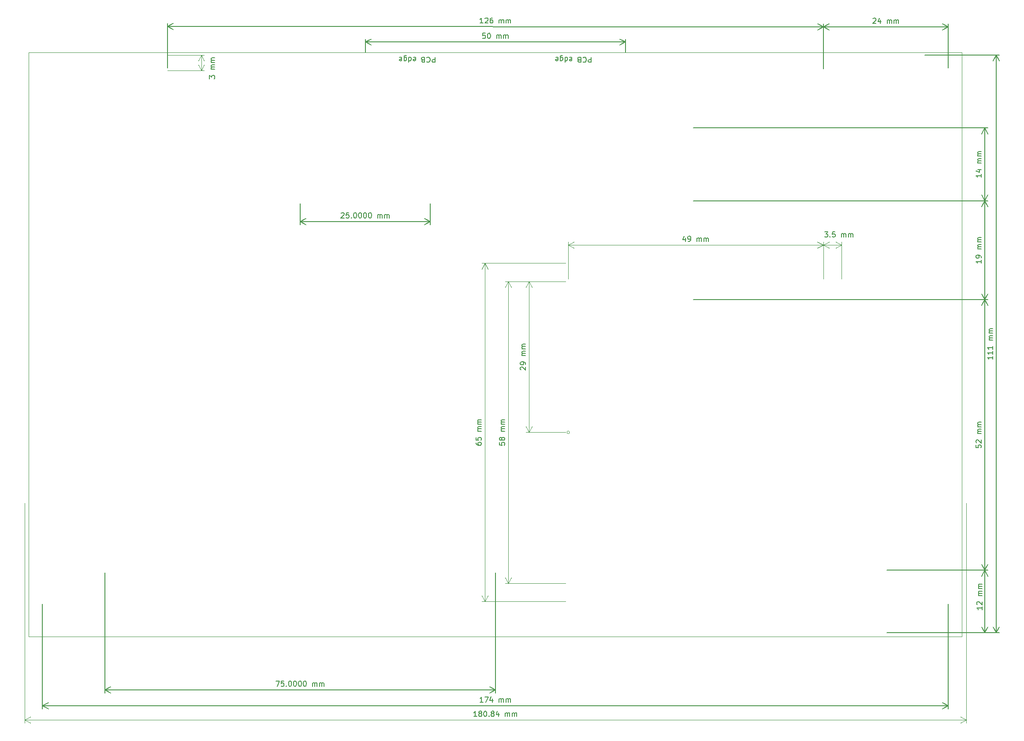
<source format=gbr>
%TF.GenerationSoftware,KiCad,Pcbnew,7.0.9-7.0.9~ubuntu23.04.1*%
%TF.CreationDate,2023-12-02T21:00:20+00:00*%
%TF.ProjectId,pedalboard-hw,70656461-6c62-46f6-9172-642d68772e6b,3.0.2-RC*%
%TF.SameCoordinates,Original*%
%TF.FileFunction,OtherDrawing,Comment*%
%FSLAX46Y46*%
G04 Gerber Fmt 4.6, Leading zero omitted, Abs format (unit mm)*
G04 Created by KiCad (PCBNEW 7.0.9-7.0.9~ubuntu23.04.1) date 2023-12-02 21:00:20*
%MOMM*%
%LPD*%
G01*
G04 APERTURE LIST*
%ADD10C,0.050000*%
%ADD11C,0.150000*%
%ADD12C,0.100000*%
G04 APERTURE END LIST*
D10*
X15370000Y-19500000D02*
X194630000Y-19500000D01*
X194630000Y-131760000D01*
X15370000Y-131760000D01*
X15370000Y-19500000D01*
D11*
X62833334Y-140304818D02*
X63500000Y-140304818D01*
X63500000Y-140304818D02*
X63071429Y-141304818D01*
X64357143Y-140304818D02*
X63880953Y-140304818D01*
X63880953Y-140304818D02*
X63833334Y-140781008D01*
X63833334Y-140781008D02*
X63880953Y-140733389D01*
X63880953Y-140733389D02*
X63976191Y-140685770D01*
X63976191Y-140685770D02*
X64214286Y-140685770D01*
X64214286Y-140685770D02*
X64309524Y-140733389D01*
X64309524Y-140733389D02*
X64357143Y-140781008D01*
X64357143Y-140781008D02*
X64404762Y-140876246D01*
X64404762Y-140876246D02*
X64404762Y-141114341D01*
X64404762Y-141114341D02*
X64357143Y-141209579D01*
X64357143Y-141209579D02*
X64309524Y-141257199D01*
X64309524Y-141257199D02*
X64214286Y-141304818D01*
X64214286Y-141304818D02*
X63976191Y-141304818D01*
X63976191Y-141304818D02*
X63880953Y-141257199D01*
X63880953Y-141257199D02*
X63833334Y-141209579D01*
X64833334Y-141209579D02*
X64880953Y-141257199D01*
X64880953Y-141257199D02*
X64833334Y-141304818D01*
X64833334Y-141304818D02*
X64785715Y-141257199D01*
X64785715Y-141257199D02*
X64833334Y-141209579D01*
X64833334Y-141209579D02*
X64833334Y-141304818D01*
X65500000Y-140304818D02*
X65595238Y-140304818D01*
X65595238Y-140304818D02*
X65690476Y-140352437D01*
X65690476Y-140352437D02*
X65738095Y-140400056D01*
X65738095Y-140400056D02*
X65785714Y-140495294D01*
X65785714Y-140495294D02*
X65833333Y-140685770D01*
X65833333Y-140685770D02*
X65833333Y-140923865D01*
X65833333Y-140923865D02*
X65785714Y-141114341D01*
X65785714Y-141114341D02*
X65738095Y-141209579D01*
X65738095Y-141209579D02*
X65690476Y-141257199D01*
X65690476Y-141257199D02*
X65595238Y-141304818D01*
X65595238Y-141304818D02*
X65500000Y-141304818D01*
X65500000Y-141304818D02*
X65404762Y-141257199D01*
X65404762Y-141257199D02*
X65357143Y-141209579D01*
X65357143Y-141209579D02*
X65309524Y-141114341D01*
X65309524Y-141114341D02*
X65261905Y-140923865D01*
X65261905Y-140923865D02*
X65261905Y-140685770D01*
X65261905Y-140685770D02*
X65309524Y-140495294D01*
X65309524Y-140495294D02*
X65357143Y-140400056D01*
X65357143Y-140400056D02*
X65404762Y-140352437D01*
X65404762Y-140352437D02*
X65500000Y-140304818D01*
X66452381Y-140304818D02*
X66547619Y-140304818D01*
X66547619Y-140304818D02*
X66642857Y-140352437D01*
X66642857Y-140352437D02*
X66690476Y-140400056D01*
X66690476Y-140400056D02*
X66738095Y-140495294D01*
X66738095Y-140495294D02*
X66785714Y-140685770D01*
X66785714Y-140685770D02*
X66785714Y-140923865D01*
X66785714Y-140923865D02*
X66738095Y-141114341D01*
X66738095Y-141114341D02*
X66690476Y-141209579D01*
X66690476Y-141209579D02*
X66642857Y-141257199D01*
X66642857Y-141257199D02*
X66547619Y-141304818D01*
X66547619Y-141304818D02*
X66452381Y-141304818D01*
X66452381Y-141304818D02*
X66357143Y-141257199D01*
X66357143Y-141257199D02*
X66309524Y-141209579D01*
X66309524Y-141209579D02*
X66261905Y-141114341D01*
X66261905Y-141114341D02*
X66214286Y-140923865D01*
X66214286Y-140923865D02*
X66214286Y-140685770D01*
X66214286Y-140685770D02*
X66261905Y-140495294D01*
X66261905Y-140495294D02*
X66309524Y-140400056D01*
X66309524Y-140400056D02*
X66357143Y-140352437D01*
X66357143Y-140352437D02*
X66452381Y-140304818D01*
X67404762Y-140304818D02*
X67500000Y-140304818D01*
X67500000Y-140304818D02*
X67595238Y-140352437D01*
X67595238Y-140352437D02*
X67642857Y-140400056D01*
X67642857Y-140400056D02*
X67690476Y-140495294D01*
X67690476Y-140495294D02*
X67738095Y-140685770D01*
X67738095Y-140685770D02*
X67738095Y-140923865D01*
X67738095Y-140923865D02*
X67690476Y-141114341D01*
X67690476Y-141114341D02*
X67642857Y-141209579D01*
X67642857Y-141209579D02*
X67595238Y-141257199D01*
X67595238Y-141257199D02*
X67500000Y-141304818D01*
X67500000Y-141304818D02*
X67404762Y-141304818D01*
X67404762Y-141304818D02*
X67309524Y-141257199D01*
X67309524Y-141257199D02*
X67261905Y-141209579D01*
X67261905Y-141209579D02*
X67214286Y-141114341D01*
X67214286Y-141114341D02*
X67166667Y-140923865D01*
X67166667Y-140923865D02*
X67166667Y-140685770D01*
X67166667Y-140685770D02*
X67214286Y-140495294D01*
X67214286Y-140495294D02*
X67261905Y-140400056D01*
X67261905Y-140400056D02*
X67309524Y-140352437D01*
X67309524Y-140352437D02*
X67404762Y-140304818D01*
X68357143Y-140304818D02*
X68452381Y-140304818D01*
X68452381Y-140304818D02*
X68547619Y-140352437D01*
X68547619Y-140352437D02*
X68595238Y-140400056D01*
X68595238Y-140400056D02*
X68642857Y-140495294D01*
X68642857Y-140495294D02*
X68690476Y-140685770D01*
X68690476Y-140685770D02*
X68690476Y-140923865D01*
X68690476Y-140923865D02*
X68642857Y-141114341D01*
X68642857Y-141114341D02*
X68595238Y-141209579D01*
X68595238Y-141209579D02*
X68547619Y-141257199D01*
X68547619Y-141257199D02*
X68452381Y-141304818D01*
X68452381Y-141304818D02*
X68357143Y-141304818D01*
X68357143Y-141304818D02*
X68261905Y-141257199D01*
X68261905Y-141257199D02*
X68214286Y-141209579D01*
X68214286Y-141209579D02*
X68166667Y-141114341D01*
X68166667Y-141114341D02*
X68119048Y-140923865D01*
X68119048Y-140923865D02*
X68119048Y-140685770D01*
X68119048Y-140685770D02*
X68166667Y-140495294D01*
X68166667Y-140495294D02*
X68214286Y-140400056D01*
X68214286Y-140400056D02*
X68261905Y-140352437D01*
X68261905Y-140352437D02*
X68357143Y-140304818D01*
X69880953Y-141304818D02*
X69880953Y-140638151D01*
X69880953Y-140733389D02*
X69928572Y-140685770D01*
X69928572Y-140685770D02*
X70023810Y-140638151D01*
X70023810Y-140638151D02*
X70166667Y-140638151D01*
X70166667Y-140638151D02*
X70261905Y-140685770D01*
X70261905Y-140685770D02*
X70309524Y-140781008D01*
X70309524Y-140781008D02*
X70309524Y-141304818D01*
X70309524Y-140781008D02*
X70357143Y-140685770D01*
X70357143Y-140685770D02*
X70452381Y-140638151D01*
X70452381Y-140638151D02*
X70595238Y-140638151D01*
X70595238Y-140638151D02*
X70690477Y-140685770D01*
X70690477Y-140685770D02*
X70738096Y-140781008D01*
X70738096Y-140781008D02*
X70738096Y-141304818D01*
X71214286Y-141304818D02*
X71214286Y-140638151D01*
X71214286Y-140733389D02*
X71261905Y-140685770D01*
X71261905Y-140685770D02*
X71357143Y-140638151D01*
X71357143Y-140638151D02*
X71500000Y-140638151D01*
X71500000Y-140638151D02*
X71595238Y-140685770D01*
X71595238Y-140685770D02*
X71642857Y-140781008D01*
X71642857Y-140781008D02*
X71642857Y-141304818D01*
X71642857Y-140781008D02*
X71690476Y-140685770D01*
X71690476Y-140685770D02*
X71785714Y-140638151D01*
X71785714Y-140638151D02*
X71928571Y-140638151D01*
X71928571Y-140638151D02*
X72023810Y-140685770D01*
X72023810Y-140685770D02*
X72071429Y-140781008D01*
X72071429Y-140781008D02*
X72071429Y-141304818D01*
X30000000Y-119500000D02*
X30000000Y-142586419D01*
X105000000Y-119500000D02*
X105000000Y-142586419D01*
X30000000Y-141999999D02*
X105000000Y-141999999D01*
X30000000Y-141999999D02*
X105000000Y-141999999D01*
X30000000Y-141999999D02*
X31126504Y-141413578D01*
X30000000Y-141999999D02*
X31126504Y-142586420D01*
X105000000Y-141999999D02*
X103873496Y-142586420D01*
X105000000Y-141999999D02*
X103873496Y-141413578D01*
X177523810Y-13000057D02*
X177571429Y-12952438D01*
X177571429Y-12952438D02*
X177666667Y-12904819D01*
X177666667Y-12904819D02*
X177904762Y-12904819D01*
X177904762Y-12904819D02*
X178000000Y-12952438D01*
X178000000Y-12952438D02*
X178047619Y-13000057D01*
X178047619Y-13000057D02*
X178095238Y-13095295D01*
X178095238Y-13095295D02*
X178095238Y-13190533D01*
X178095238Y-13190533D02*
X178047619Y-13333390D01*
X178047619Y-13333390D02*
X177476191Y-13904819D01*
X177476191Y-13904819D02*
X178095238Y-13904819D01*
X178952381Y-13238152D02*
X178952381Y-13904819D01*
X178714286Y-12857200D02*
X178476191Y-13571485D01*
X178476191Y-13571485D02*
X179095238Y-13571485D01*
X180238096Y-13904819D02*
X180238096Y-13238152D01*
X180238096Y-13333390D02*
X180285715Y-13285771D01*
X180285715Y-13285771D02*
X180380953Y-13238152D01*
X180380953Y-13238152D02*
X180523810Y-13238152D01*
X180523810Y-13238152D02*
X180619048Y-13285771D01*
X180619048Y-13285771D02*
X180666667Y-13381009D01*
X180666667Y-13381009D02*
X180666667Y-13904819D01*
X180666667Y-13381009D02*
X180714286Y-13285771D01*
X180714286Y-13285771D02*
X180809524Y-13238152D01*
X180809524Y-13238152D02*
X180952381Y-13238152D01*
X180952381Y-13238152D02*
X181047620Y-13285771D01*
X181047620Y-13285771D02*
X181095239Y-13381009D01*
X181095239Y-13381009D02*
X181095239Y-13904819D01*
X181571429Y-13904819D02*
X181571429Y-13238152D01*
X181571429Y-13333390D02*
X181619048Y-13285771D01*
X181619048Y-13285771D02*
X181714286Y-13238152D01*
X181714286Y-13238152D02*
X181857143Y-13238152D01*
X181857143Y-13238152D02*
X181952381Y-13285771D01*
X181952381Y-13285771D02*
X182000000Y-13381009D01*
X182000000Y-13381009D02*
X182000000Y-13904819D01*
X182000000Y-13381009D02*
X182047619Y-13285771D01*
X182047619Y-13285771D02*
X182142857Y-13238152D01*
X182142857Y-13238152D02*
X182285714Y-13238152D01*
X182285714Y-13238152D02*
X182380953Y-13285771D01*
X182380953Y-13285771D02*
X182428572Y-13381009D01*
X182428572Y-13381009D02*
X182428572Y-13904819D01*
X168000000Y-22500000D02*
X168000000Y-14013580D01*
X192000000Y-22500000D02*
X192000000Y-14013580D01*
X168000000Y-14600000D02*
X192000000Y-14600000D01*
X168000000Y-14600000D02*
X192000000Y-14600000D01*
X168000000Y-14600000D02*
X169126504Y-14013579D01*
X168000000Y-14600000D02*
X169126504Y-15186421D01*
X192000000Y-14600000D02*
X190873496Y-15186421D01*
X192000000Y-14600000D02*
X190873496Y-14013579D01*
X198304819Y-59404761D02*
X198304819Y-59976189D01*
X198304819Y-59690475D02*
X197304819Y-59690475D01*
X197304819Y-59690475D02*
X197447676Y-59785713D01*
X197447676Y-59785713D02*
X197542914Y-59880951D01*
X197542914Y-59880951D02*
X197590533Y-59976189D01*
X198304819Y-58928570D02*
X198304819Y-58738094D01*
X198304819Y-58738094D02*
X198257200Y-58642856D01*
X198257200Y-58642856D02*
X198209580Y-58595237D01*
X198209580Y-58595237D02*
X198066723Y-58499999D01*
X198066723Y-58499999D02*
X197876247Y-58452380D01*
X197876247Y-58452380D02*
X197495295Y-58452380D01*
X197495295Y-58452380D02*
X197400057Y-58499999D01*
X197400057Y-58499999D02*
X197352438Y-58547618D01*
X197352438Y-58547618D02*
X197304819Y-58642856D01*
X197304819Y-58642856D02*
X197304819Y-58833332D01*
X197304819Y-58833332D02*
X197352438Y-58928570D01*
X197352438Y-58928570D02*
X197400057Y-58976189D01*
X197400057Y-58976189D02*
X197495295Y-59023808D01*
X197495295Y-59023808D02*
X197733390Y-59023808D01*
X197733390Y-59023808D02*
X197828628Y-58976189D01*
X197828628Y-58976189D02*
X197876247Y-58928570D01*
X197876247Y-58928570D02*
X197923866Y-58833332D01*
X197923866Y-58833332D02*
X197923866Y-58642856D01*
X197923866Y-58642856D02*
X197876247Y-58547618D01*
X197876247Y-58547618D02*
X197828628Y-58499999D01*
X197828628Y-58499999D02*
X197733390Y-58452380D01*
X198304819Y-57261903D02*
X197638152Y-57261903D01*
X197733390Y-57261903D02*
X197685771Y-57214284D01*
X197685771Y-57214284D02*
X197638152Y-57119046D01*
X197638152Y-57119046D02*
X197638152Y-56976189D01*
X197638152Y-56976189D02*
X197685771Y-56880951D01*
X197685771Y-56880951D02*
X197781009Y-56833332D01*
X197781009Y-56833332D02*
X198304819Y-56833332D01*
X197781009Y-56833332D02*
X197685771Y-56785713D01*
X197685771Y-56785713D02*
X197638152Y-56690475D01*
X197638152Y-56690475D02*
X197638152Y-56547618D01*
X197638152Y-56547618D02*
X197685771Y-56452379D01*
X197685771Y-56452379D02*
X197781009Y-56404760D01*
X197781009Y-56404760D02*
X198304819Y-56404760D01*
X198304819Y-55928570D02*
X197638152Y-55928570D01*
X197733390Y-55928570D02*
X197685771Y-55880951D01*
X197685771Y-55880951D02*
X197638152Y-55785713D01*
X197638152Y-55785713D02*
X197638152Y-55642856D01*
X197638152Y-55642856D02*
X197685771Y-55547618D01*
X197685771Y-55547618D02*
X197781009Y-55499999D01*
X197781009Y-55499999D02*
X198304819Y-55499999D01*
X197781009Y-55499999D02*
X197685771Y-55452380D01*
X197685771Y-55452380D02*
X197638152Y-55357142D01*
X197638152Y-55357142D02*
X197638152Y-55214285D01*
X197638152Y-55214285D02*
X197685771Y-55119046D01*
X197685771Y-55119046D02*
X197781009Y-55071427D01*
X197781009Y-55071427D02*
X198304819Y-55071427D01*
X143000000Y-48000000D02*
X199586420Y-48000000D01*
X143000000Y-67000000D02*
X199586420Y-67000000D01*
X199000000Y-48000000D02*
X199000000Y-67000000D01*
X199000000Y-48000000D02*
X199000000Y-67000000D01*
X199000000Y-48000000D02*
X199586421Y-49126504D01*
X199000000Y-48000000D02*
X198413579Y-49126504D01*
X199000000Y-67000000D02*
X198413579Y-65873496D01*
X199000000Y-67000000D02*
X199586421Y-65873496D01*
X198454819Y-126004761D02*
X198454819Y-126576189D01*
X198454819Y-126290475D02*
X197454819Y-126290475D01*
X197454819Y-126290475D02*
X197597676Y-126385713D01*
X197597676Y-126385713D02*
X197692914Y-126480951D01*
X197692914Y-126480951D02*
X197740533Y-126576189D01*
X197550057Y-125623808D02*
X197502438Y-125576189D01*
X197502438Y-125576189D02*
X197454819Y-125480951D01*
X197454819Y-125480951D02*
X197454819Y-125242856D01*
X197454819Y-125242856D02*
X197502438Y-125147618D01*
X197502438Y-125147618D02*
X197550057Y-125099999D01*
X197550057Y-125099999D02*
X197645295Y-125052380D01*
X197645295Y-125052380D02*
X197740533Y-125052380D01*
X197740533Y-125052380D02*
X197883390Y-125099999D01*
X197883390Y-125099999D02*
X198454819Y-125671427D01*
X198454819Y-125671427D02*
X198454819Y-125052380D01*
X198454819Y-123861903D02*
X197788152Y-123861903D01*
X197883390Y-123861903D02*
X197835771Y-123814284D01*
X197835771Y-123814284D02*
X197788152Y-123719046D01*
X197788152Y-123719046D02*
X197788152Y-123576189D01*
X197788152Y-123576189D02*
X197835771Y-123480951D01*
X197835771Y-123480951D02*
X197931009Y-123433332D01*
X197931009Y-123433332D02*
X198454819Y-123433332D01*
X197931009Y-123433332D02*
X197835771Y-123385713D01*
X197835771Y-123385713D02*
X197788152Y-123290475D01*
X197788152Y-123290475D02*
X197788152Y-123147618D01*
X197788152Y-123147618D02*
X197835771Y-123052379D01*
X197835771Y-123052379D02*
X197931009Y-123004760D01*
X197931009Y-123004760D02*
X198454819Y-123004760D01*
X198454819Y-122528570D02*
X197788152Y-122528570D01*
X197883390Y-122528570D02*
X197835771Y-122480951D01*
X197835771Y-122480951D02*
X197788152Y-122385713D01*
X197788152Y-122385713D02*
X197788152Y-122242856D01*
X197788152Y-122242856D02*
X197835771Y-122147618D01*
X197835771Y-122147618D02*
X197931009Y-122099999D01*
X197931009Y-122099999D02*
X198454819Y-122099999D01*
X197931009Y-122099999D02*
X197835771Y-122052380D01*
X197835771Y-122052380D02*
X197788152Y-121957142D01*
X197788152Y-121957142D02*
X197788152Y-121814285D01*
X197788152Y-121814285D02*
X197835771Y-121719046D01*
X197835771Y-121719046D02*
X197931009Y-121671427D01*
X197931009Y-121671427D02*
X198454819Y-121671427D01*
X180160000Y-119000000D02*
X199586420Y-119000000D01*
X180160000Y-131000000D02*
X199586420Y-131000000D01*
X199000000Y-119000000D02*
X199000000Y-131000000D01*
X199000000Y-119000000D02*
X199000000Y-131000000D01*
X199000000Y-119000000D02*
X199586421Y-120126504D01*
X199000000Y-119000000D02*
X198413579Y-120126504D01*
X199000000Y-131000000D02*
X198413579Y-129873496D01*
X199000000Y-131000000D02*
X199586421Y-129873496D01*
X50085433Y-24547618D02*
X50085433Y-23928571D01*
X50085433Y-23928571D02*
X50466385Y-24261904D01*
X50466385Y-24261904D02*
X50466385Y-24119047D01*
X50466385Y-24119047D02*
X50514004Y-24023809D01*
X50514004Y-24023809D02*
X50561623Y-23976190D01*
X50561623Y-23976190D02*
X50656861Y-23928571D01*
X50656861Y-23928571D02*
X50894956Y-23928571D01*
X50894956Y-23928571D02*
X50990194Y-23976190D01*
X50990194Y-23976190D02*
X51037814Y-24023809D01*
X51037814Y-24023809D02*
X51085433Y-24119047D01*
X51085433Y-24119047D02*
X51085433Y-24404761D01*
X51085433Y-24404761D02*
X51037814Y-24499999D01*
X51037814Y-24499999D02*
X50990194Y-24547618D01*
X51085433Y-22738094D02*
X50418766Y-22738094D01*
X50514004Y-22738094D02*
X50466385Y-22690475D01*
X50466385Y-22690475D02*
X50418766Y-22595237D01*
X50418766Y-22595237D02*
X50418766Y-22452380D01*
X50418766Y-22452380D02*
X50466385Y-22357142D01*
X50466385Y-22357142D02*
X50561623Y-22309523D01*
X50561623Y-22309523D02*
X51085433Y-22309523D01*
X50561623Y-22309523D02*
X50466385Y-22261904D01*
X50466385Y-22261904D02*
X50418766Y-22166666D01*
X50418766Y-22166666D02*
X50418766Y-22023809D01*
X50418766Y-22023809D02*
X50466385Y-21928570D01*
X50466385Y-21928570D02*
X50561623Y-21880951D01*
X50561623Y-21880951D02*
X51085433Y-21880951D01*
X51085433Y-21404761D02*
X50418766Y-21404761D01*
X50514004Y-21404761D02*
X50466385Y-21357142D01*
X50466385Y-21357142D02*
X50418766Y-21261904D01*
X50418766Y-21261904D02*
X50418766Y-21119047D01*
X50418766Y-21119047D02*
X50466385Y-21023809D01*
X50466385Y-21023809D02*
X50561623Y-20976190D01*
X50561623Y-20976190D02*
X51085433Y-20976190D01*
X50561623Y-20976190D02*
X50466385Y-20928571D01*
X50466385Y-20928571D02*
X50418766Y-20833333D01*
X50418766Y-20833333D02*
X50418766Y-20690476D01*
X50418766Y-20690476D02*
X50466385Y-20595237D01*
X50466385Y-20595237D02*
X50561623Y-20547618D01*
X50561623Y-20547618D02*
X51085433Y-20547618D01*
D12*
X42000000Y-23000000D02*
X49086420Y-23000000D01*
X42000000Y-20000000D02*
X49086420Y-20000000D01*
X48500000Y-23000000D02*
X48500000Y-20000000D01*
X48500000Y-23000000D02*
X48500000Y-20000000D01*
X48500000Y-23000000D02*
X47913579Y-21873496D01*
X48500000Y-23000000D02*
X49086421Y-21873496D01*
X48500000Y-20000000D02*
X49086421Y-21126504D01*
X48500000Y-20000000D02*
X47913579Y-21126504D01*
D11*
X75380953Y-50400056D02*
X75428572Y-50352437D01*
X75428572Y-50352437D02*
X75523810Y-50304818D01*
X75523810Y-50304818D02*
X75761905Y-50304818D01*
X75761905Y-50304818D02*
X75857143Y-50352437D01*
X75857143Y-50352437D02*
X75904762Y-50400056D01*
X75904762Y-50400056D02*
X75952381Y-50495294D01*
X75952381Y-50495294D02*
X75952381Y-50590532D01*
X75952381Y-50590532D02*
X75904762Y-50733389D01*
X75904762Y-50733389D02*
X75333334Y-51304818D01*
X75333334Y-51304818D02*
X75952381Y-51304818D01*
X76857143Y-50304818D02*
X76380953Y-50304818D01*
X76380953Y-50304818D02*
X76333334Y-50781008D01*
X76333334Y-50781008D02*
X76380953Y-50733389D01*
X76380953Y-50733389D02*
X76476191Y-50685770D01*
X76476191Y-50685770D02*
X76714286Y-50685770D01*
X76714286Y-50685770D02*
X76809524Y-50733389D01*
X76809524Y-50733389D02*
X76857143Y-50781008D01*
X76857143Y-50781008D02*
X76904762Y-50876246D01*
X76904762Y-50876246D02*
X76904762Y-51114341D01*
X76904762Y-51114341D02*
X76857143Y-51209579D01*
X76857143Y-51209579D02*
X76809524Y-51257199D01*
X76809524Y-51257199D02*
X76714286Y-51304818D01*
X76714286Y-51304818D02*
X76476191Y-51304818D01*
X76476191Y-51304818D02*
X76380953Y-51257199D01*
X76380953Y-51257199D02*
X76333334Y-51209579D01*
X77333334Y-51209579D02*
X77380953Y-51257199D01*
X77380953Y-51257199D02*
X77333334Y-51304818D01*
X77333334Y-51304818D02*
X77285715Y-51257199D01*
X77285715Y-51257199D02*
X77333334Y-51209579D01*
X77333334Y-51209579D02*
X77333334Y-51304818D01*
X78000000Y-50304818D02*
X78095238Y-50304818D01*
X78095238Y-50304818D02*
X78190476Y-50352437D01*
X78190476Y-50352437D02*
X78238095Y-50400056D01*
X78238095Y-50400056D02*
X78285714Y-50495294D01*
X78285714Y-50495294D02*
X78333333Y-50685770D01*
X78333333Y-50685770D02*
X78333333Y-50923865D01*
X78333333Y-50923865D02*
X78285714Y-51114341D01*
X78285714Y-51114341D02*
X78238095Y-51209579D01*
X78238095Y-51209579D02*
X78190476Y-51257199D01*
X78190476Y-51257199D02*
X78095238Y-51304818D01*
X78095238Y-51304818D02*
X78000000Y-51304818D01*
X78000000Y-51304818D02*
X77904762Y-51257199D01*
X77904762Y-51257199D02*
X77857143Y-51209579D01*
X77857143Y-51209579D02*
X77809524Y-51114341D01*
X77809524Y-51114341D02*
X77761905Y-50923865D01*
X77761905Y-50923865D02*
X77761905Y-50685770D01*
X77761905Y-50685770D02*
X77809524Y-50495294D01*
X77809524Y-50495294D02*
X77857143Y-50400056D01*
X77857143Y-50400056D02*
X77904762Y-50352437D01*
X77904762Y-50352437D02*
X78000000Y-50304818D01*
X78952381Y-50304818D02*
X79047619Y-50304818D01*
X79047619Y-50304818D02*
X79142857Y-50352437D01*
X79142857Y-50352437D02*
X79190476Y-50400056D01*
X79190476Y-50400056D02*
X79238095Y-50495294D01*
X79238095Y-50495294D02*
X79285714Y-50685770D01*
X79285714Y-50685770D02*
X79285714Y-50923865D01*
X79285714Y-50923865D02*
X79238095Y-51114341D01*
X79238095Y-51114341D02*
X79190476Y-51209579D01*
X79190476Y-51209579D02*
X79142857Y-51257199D01*
X79142857Y-51257199D02*
X79047619Y-51304818D01*
X79047619Y-51304818D02*
X78952381Y-51304818D01*
X78952381Y-51304818D02*
X78857143Y-51257199D01*
X78857143Y-51257199D02*
X78809524Y-51209579D01*
X78809524Y-51209579D02*
X78761905Y-51114341D01*
X78761905Y-51114341D02*
X78714286Y-50923865D01*
X78714286Y-50923865D02*
X78714286Y-50685770D01*
X78714286Y-50685770D02*
X78761905Y-50495294D01*
X78761905Y-50495294D02*
X78809524Y-50400056D01*
X78809524Y-50400056D02*
X78857143Y-50352437D01*
X78857143Y-50352437D02*
X78952381Y-50304818D01*
X79904762Y-50304818D02*
X80000000Y-50304818D01*
X80000000Y-50304818D02*
X80095238Y-50352437D01*
X80095238Y-50352437D02*
X80142857Y-50400056D01*
X80142857Y-50400056D02*
X80190476Y-50495294D01*
X80190476Y-50495294D02*
X80238095Y-50685770D01*
X80238095Y-50685770D02*
X80238095Y-50923865D01*
X80238095Y-50923865D02*
X80190476Y-51114341D01*
X80190476Y-51114341D02*
X80142857Y-51209579D01*
X80142857Y-51209579D02*
X80095238Y-51257199D01*
X80095238Y-51257199D02*
X80000000Y-51304818D01*
X80000000Y-51304818D02*
X79904762Y-51304818D01*
X79904762Y-51304818D02*
X79809524Y-51257199D01*
X79809524Y-51257199D02*
X79761905Y-51209579D01*
X79761905Y-51209579D02*
X79714286Y-51114341D01*
X79714286Y-51114341D02*
X79666667Y-50923865D01*
X79666667Y-50923865D02*
X79666667Y-50685770D01*
X79666667Y-50685770D02*
X79714286Y-50495294D01*
X79714286Y-50495294D02*
X79761905Y-50400056D01*
X79761905Y-50400056D02*
X79809524Y-50352437D01*
X79809524Y-50352437D02*
X79904762Y-50304818D01*
X80857143Y-50304818D02*
X80952381Y-50304818D01*
X80952381Y-50304818D02*
X81047619Y-50352437D01*
X81047619Y-50352437D02*
X81095238Y-50400056D01*
X81095238Y-50400056D02*
X81142857Y-50495294D01*
X81142857Y-50495294D02*
X81190476Y-50685770D01*
X81190476Y-50685770D02*
X81190476Y-50923865D01*
X81190476Y-50923865D02*
X81142857Y-51114341D01*
X81142857Y-51114341D02*
X81095238Y-51209579D01*
X81095238Y-51209579D02*
X81047619Y-51257199D01*
X81047619Y-51257199D02*
X80952381Y-51304818D01*
X80952381Y-51304818D02*
X80857143Y-51304818D01*
X80857143Y-51304818D02*
X80761905Y-51257199D01*
X80761905Y-51257199D02*
X80714286Y-51209579D01*
X80714286Y-51209579D02*
X80666667Y-51114341D01*
X80666667Y-51114341D02*
X80619048Y-50923865D01*
X80619048Y-50923865D02*
X80619048Y-50685770D01*
X80619048Y-50685770D02*
X80666667Y-50495294D01*
X80666667Y-50495294D02*
X80714286Y-50400056D01*
X80714286Y-50400056D02*
X80761905Y-50352437D01*
X80761905Y-50352437D02*
X80857143Y-50304818D01*
X82380953Y-51304818D02*
X82380953Y-50638151D01*
X82380953Y-50733389D02*
X82428572Y-50685770D01*
X82428572Y-50685770D02*
X82523810Y-50638151D01*
X82523810Y-50638151D02*
X82666667Y-50638151D01*
X82666667Y-50638151D02*
X82761905Y-50685770D01*
X82761905Y-50685770D02*
X82809524Y-50781008D01*
X82809524Y-50781008D02*
X82809524Y-51304818D01*
X82809524Y-50781008D02*
X82857143Y-50685770D01*
X82857143Y-50685770D02*
X82952381Y-50638151D01*
X82952381Y-50638151D02*
X83095238Y-50638151D01*
X83095238Y-50638151D02*
X83190477Y-50685770D01*
X83190477Y-50685770D02*
X83238096Y-50781008D01*
X83238096Y-50781008D02*
X83238096Y-51304818D01*
X83714286Y-51304818D02*
X83714286Y-50638151D01*
X83714286Y-50733389D02*
X83761905Y-50685770D01*
X83761905Y-50685770D02*
X83857143Y-50638151D01*
X83857143Y-50638151D02*
X84000000Y-50638151D01*
X84000000Y-50638151D02*
X84095238Y-50685770D01*
X84095238Y-50685770D02*
X84142857Y-50781008D01*
X84142857Y-50781008D02*
X84142857Y-51304818D01*
X84142857Y-50781008D02*
X84190476Y-50685770D01*
X84190476Y-50685770D02*
X84285714Y-50638151D01*
X84285714Y-50638151D02*
X84428571Y-50638151D01*
X84428571Y-50638151D02*
X84523810Y-50685770D01*
X84523810Y-50685770D02*
X84571429Y-50781008D01*
X84571429Y-50781008D02*
X84571429Y-51304818D01*
X67500000Y-48500000D02*
X67500000Y-52586419D01*
X92500000Y-48500000D02*
X92500000Y-52586419D01*
X67500000Y-51999999D02*
X92500000Y-51999999D01*
X67500000Y-51999999D02*
X92500000Y-51999999D01*
X67500000Y-51999999D02*
X68626504Y-51413578D01*
X67500000Y-51999999D02*
X68626504Y-52586420D01*
X92500000Y-51999999D02*
X91373496Y-52586420D01*
X92500000Y-51999999D02*
X91373496Y-51413578D01*
X103047619Y-15804819D02*
X102571429Y-15804819D01*
X102571429Y-15804819D02*
X102523810Y-16281009D01*
X102523810Y-16281009D02*
X102571429Y-16233390D01*
X102571429Y-16233390D02*
X102666667Y-16185771D01*
X102666667Y-16185771D02*
X102904762Y-16185771D01*
X102904762Y-16185771D02*
X103000000Y-16233390D01*
X103000000Y-16233390D02*
X103047619Y-16281009D01*
X103047619Y-16281009D02*
X103095238Y-16376247D01*
X103095238Y-16376247D02*
X103095238Y-16614342D01*
X103095238Y-16614342D02*
X103047619Y-16709580D01*
X103047619Y-16709580D02*
X103000000Y-16757200D01*
X103000000Y-16757200D02*
X102904762Y-16804819D01*
X102904762Y-16804819D02*
X102666667Y-16804819D01*
X102666667Y-16804819D02*
X102571429Y-16757200D01*
X102571429Y-16757200D02*
X102523810Y-16709580D01*
X103714286Y-15804819D02*
X103809524Y-15804819D01*
X103809524Y-15804819D02*
X103904762Y-15852438D01*
X103904762Y-15852438D02*
X103952381Y-15900057D01*
X103952381Y-15900057D02*
X104000000Y-15995295D01*
X104000000Y-15995295D02*
X104047619Y-16185771D01*
X104047619Y-16185771D02*
X104047619Y-16423866D01*
X104047619Y-16423866D02*
X104000000Y-16614342D01*
X104000000Y-16614342D02*
X103952381Y-16709580D01*
X103952381Y-16709580D02*
X103904762Y-16757200D01*
X103904762Y-16757200D02*
X103809524Y-16804819D01*
X103809524Y-16804819D02*
X103714286Y-16804819D01*
X103714286Y-16804819D02*
X103619048Y-16757200D01*
X103619048Y-16757200D02*
X103571429Y-16709580D01*
X103571429Y-16709580D02*
X103523810Y-16614342D01*
X103523810Y-16614342D02*
X103476191Y-16423866D01*
X103476191Y-16423866D02*
X103476191Y-16185771D01*
X103476191Y-16185771D02*
X103523810Y-15995295D01*
X103523810Y-15995295D02*
X103571429Y-15900057D01*
X103571429Y-15900057D02*
X103619048Y-15852438D01*
X103619048Y-15852438D02*
X103714286Y-15804819D01*
X105238096Y-16804819D02*
X105238096Y-16138152D01*
X105238096Y-16233390D02*
X105285715Y-16185771D01*
X105285715Y-16185771D02*
X105380953Y-16138152D01*
X105380953Y-16138152D02*
X105523810Y-16138152D01*
X105523810Y-16138152D02*
X105619048Y-16185771D01*
X105619048Y-16185771D02*
X105666667Y-16281009D01*
X105666667Y-16281009D02*
X105666667Y-16804819D01*
X105666667Y-16281009D02*
X105714286Y-16185771D01*
X105714286Y-16185771D02*
X105809524Y-16138152D01*
X105809524Y-16138152D02*
X105952381Y-16138152D01*
X105952381Y-16138152D02*
X106047620Y-16185771D01*
X106047620Y-16185771D02*
X106095239Y-16281009D01*
X106095239Y-16281009D02*
X106095239Y-16804819D01*
X106571429Y-16804819D02*
X106571429Y-16138152D01*
X106571429Y-16233390D02*
X106619048Y-16185771D01*
X106619048Y-16185771D02*
X106714286Y-16138152D01*
X106714286Y-16138152D02*
X106857143Y-16138152D01*
X106857143Y-16138152D02*
X106952381Y-16185771D01*
X106952381Y-16185771D02*
X107000000Y-16281009D01*
X107000000Y-16281009D02*
X107000000Y-16804819D01*
X107000000Y-16281009D02*
X107047619Y-16185771D01*
X107047619Y-16185771D02*
X107142857Y-16138152D01*
X107142857Y-16138152D02*
X107285714Y-16138152D01*
X107285714Y-16138152D02*
X107380953Y-16185771D01*
X107380953Y-16185771D02*
X107428572Y-16281009D01*
X107428572Y-16281009D02*
X107428572Y-16804819D01*
X80000000Y-19494385D02*
X80000000Y-16913580D01*
X130000000Y-19494385D02*
X130000000Y-16913580D01*
X80000000Y-17500000D02*
X130000000Y-17500000D01*
X80000000Y-17500000D02*
X130000000Y-17500000D01*
X80000000Y-17500000D02*
X81126504Y-16913579D01*
X80000000Y-17500000D02*
X81126504Y-18086421D01*
X130000000Y-17500000D02*
X128873496Y-18086421D01*
X130000000Y-17500000D02*
X128873496Y-16913579D01*
X101428571Y-147104819D02*
X100857143Y-147104819D01*
X101142857Y-147104819D02*
X101142857Y-146104819D01*
X101142857Y-146104819D02*
X101047619Y-146247676D01*
X101047619Y-146247676D02*
X100952381Y-146342914D01*
X100952381Y-146342914D02*
X100857143Y-146390533D01*
X102000000Y-146533390D02*
X101904762Y-146485771D01*
X101904762Y-146485771D02*
X101857143Y-146438152D01*
X101857143Y-146438152D02*
X101809524Y-146342914D01*
X101809524Y-146342914D02*
X101809524Y-146295295D01*
X101809524Y-146295295D02*
X101857143Y-146200057D01*
X101857143Y-146200057D02*
X101904762Y-146152438D01*
X101904762Y-146152438D02*
X102000000Y-146104819D01*
X102000000Y-146104819D02*
X102190476Y-146104819D01*
X102190476Y-146104819D02*
X102285714Y-146152438D01*
X102285714Y-146152438D02*
X102333333Y-146200057D01*
X102333333Y-146200057D02*
X102380952Y-146295295D01*
X102380952Y-146295295D02*
X102380952Y-146342914D01*
X102380952Y-146342914D02*
X102333333Y-146438152D01*
X102333333Y-146438152D02*
X102285714Y-146485771D01*
X102285714Y-146485771D02*
X102190476Y-146533390D01*
X102190476Y-146533390D02*
X102000000Y-146533390D01*
X102000000Y-146533390D02*
X101904762Y-146581009D01*
X101904762Y-146581009D02*
X101857143Y-146628628D01*
X101857143Y-146628628D02*
X101809524Y-146723866D01*
X101809524Y-146723866D02*
X101809524Y-146914342D01*
X101809524Y-146914342D02*
X101857143Y-147009580D01*
X101857143Y-147009580D02*
X101904762Y-147057200D01*
X101904762Y-147057200D02*
X102000000Y-147104819D01*
X102000000Y-147104819D02*
X102190476Y-147104819D01*
X102190476Y-147104819D02*
X102285714Y-147057200D01*
X102285714Y-147057200D02*
X102333333Y-147009580D01*
X102333333Y-147009580D02*
X102380952Y-146914342D01*
X102380952Y-146914342D02*
X102380952Y-146723866D01*
X102380952Y-146723866D02*
X102333333Y-146628628D01*
X102333333Y-146628628D02*
X102285714Y-146581009D01*
X102285714Y-146581009D02*
X102190476Y-146533390D01*
X103000000Y-146104819D02*
X103095238Y-146104819D01*
X103095238Y-146104819D02*
X103190476Y-146152438D01*
X103190476Y-146152438D02*
X103238095Y-146200057D01*
X103238095Y-146200057D02*
X103285714Y-146295295D01*
X103285714Y-146295295D02*
X103333333Y-146485771D01*
X103333333Y-146485771D02*
X103333333Y-146723866D01*
X103333333Y-146723866D02*
X103285714Y-146914342D01*
X103285714Y-146914342D02*
X103238095Y-147009580D01*
X103238095Y-147009580D02*
X103190476Y-147057200D01*
X103190476Y-147057200D02*
X103095238Y-147104819D01*
X103095238Y-147104819D02*
X103000000Y-147104819D01*
X103000000Y-147104819D02*
X102904762Y-147057200D01*
X102904762Y-147057200D02*
X102857143Y-147009580D01*
X102857143Y-147009580D02*
X102809524Y-146914342D01*
X102809524Y-146914342D02*
X102761905Y-146723866D01*
X102761905Y-146723866D02*
X102761905Y-146485771D01*
X102761905Y-146485771D02*
X102809524Y-146295295D01*
X102809524Y-146295295D02*
X102857143Y-146200057D01*
X102857143Y-146200057D02*
X102904762Y-146152438D01*
X102904762Y-146152438D02*
X103000000Y-146104819D01*
X103761905Y-147009580D02*
X103809524Y-147057200D01*
X103809524Y-147057200D02*
X103761905Y-147104819D01*
X103761905Y-147104819D02*
X103714286Y-147057200D01*
X103714286Y-147057200D02*
X103761905Y-147009580D01*
X103761905Y-147009580D02*
X103761905Y-147104819D01*
X104380952Y-146533390D02*
X104285714Y-146485771D01*
X104285714Y-146485771D02*
X104238095Y-146438152D01*
X104238095Y-146438152D02*
X104190476Y-146342914D01*
X104190476Y-146342914D02*
X104190476Y-146295295D01*
X104190476Y-146295295D02*
X104238095Y-146200057D01*
X104238095Y-146200057D02*
X104285714Y-146152438D01*
X104285714Y-146152438D02*
X104380952Y-146104819D01*
X104380952Y-146104819D02*
X104571428Y-146104819D01*
X104571428Y-146104819D02*
X104666666Y-146152438D01*
X104666666Y-146152438D02*
X104714285Y-146200057D01*
X104714285Y-146200057D02*
X104761904Y-146295295D01*
X104761904Y-146295295D02*
X104761904Y-146342914D01*
X104761904Y-146342914D02*
X104714285Y-146438152D01*
X104714285Y-146438152D02*
X104666666Y-146485771D01*
X104666666Y-146485771D02*
X104571428Y-146533390D01*
X104571428Y-146533390D02*
X104380952Y-146533390D01*
X104380952Y-146533390D02*
X104285714Y-146581009D01*
X104285714Y-146581009D02*
X104238095Y-146628628D01*
X104238095Y-146628628D02*
X104190476Y-146723866D01*
X104190476Y-146723866D02*
X104190476Y-146914342D01*
X104190476Y-146914342D02*
X104238095Y-147009580D01*
X104238095Y-147009580D02*
X104285714Y-147057200D01*
X104285714Y-147057200D02*
X104380952Y-147104819D01*
X104380952Y-147104819D02*
X104571428Y-147104819D01*
X104571428Y-147104819D02*
X104666666Y-147057200D01*
X104666666Y-147057200D02*
X104714285Y-147009580D01*
X104714285Y-147009580D02*
X104761904Y-146914342D01*
X104761904Y-146914342D02*
X104761904Y-146723866D01*
X104761904Y-146723866D02*
X104714285Y-146628628D01*
X104714285Y-146628628D02*
X104666666Y-146581009D01*
X104666666Y-146581009D02*
X104571428Y-146533390D01*
X105619047Y-146438152D02*
X105619047Y-147104819D01*
X105380952Y-146057200D02*
X105142857Y-146771485D01*
X105142857Y-146771485D02*
X105761904Y-146771485D01*
X106904762Y-147104819D02*
X106904762Y-146438152D01*
X106904762Y-146533390D02*
X106952381Y-146485771D01*
X106952381Y-146485771D02*
X107047619Y-146438152D01*
X107047619Y-146438152D02*
X107190476Y-146438152D01*
X107190476Y-146438152D02*
X107285714Y-146485771D01*
X107285714Y-146485771D02*
X107333333Y-146581009D01*
X107333333Y-146581009D02*
X107333333Y-147104819D01*
X107333333Y-146581009D02*
X107380952Y-146485771D01*
X107380952Y-146485771D02*
X107476190Y-146438152D01*
X107476190Y-146438152D02*
X107619047Y-146438152D01*
X107619047Y-146438152D02*
X107714286Y-146485771D01*
X107714286Y-146485771D02*
X107761905Y-146581009D01*
X107761905Y-146581009D02*
X107761905Y-147104819D01*
X108238095Y-147104819D02*
X108238095Y-146438152D01*
X108238095Y-146533390D02*
X108285714Y-146485771D01*
X108285714Y-146485771D02*
X108380952Y-146438152D01*
X108380952Y-146438152D02*
X108523809Y-146438152D01*
X108523809Y-146438152D02*
X108619047Y-146485771D01*
X108619047Y-146485771D02*
X108666666Y-146581009D01*
X108666666Y-146581009D02*
X108666666Y-147104819D01*
X108666666Y-146581009D02*
X108714285Y-146485771D01*
X108714285Y-146485771D02*
X108809523Y-146438152D01*
X108809523Y-146438152D02*
X108952380Y-146438152D01*
X108952380Y-146438152D02*
X109047619Y-146485771D01*
X109047619Y-146485771D02*
X109095238Y-146581009D01*
X109095238Y-146581009D02*
X109095238Y-147104819D01*
D12*
X195420000Y-106110000D02*
X195420000Y-148386420D01*
X14580000Y-106110000D02*
X14580000Y-148386420D01*
X195420000Y-147800000D02*
X14580000Y-147800000D01*
X195420000Y-147800000D02*
X14580000Y-147800000D01*
X195420000Y-147800000D02*
X194293496Y-148386421D01*
X195420000Y-147800000D02*
X194293496Y-147213579D01*
X14580000Y-147800000D02*
X15706504Y-147213579D01*
X14580000Y-147800000D02*
X15706504Y-148386421D01*
D11*
X197304819Y-94952380D02*
X197304819Y-95428570D01*
X197304819Y-95428570D02*
X197781009Y-95476189D01*
X197781009Y-95476189D02*
X197733390Y-95428570D01*
X197733390Y-95428570D02*
X197685771Y-95333332D01*
X197685771Y-95333332D02*
X197685771Y-95095237D01*
X197685771Y-95095237D02*
X197733390Y-94999999D01*
X197733390Y-94999999D02*
X197781009Y-94952380D01*
X197781009Y-94952380D02*
X197876247Y-94904761D01*
X197876247Y-94904761D02*
X198114342Y-94904761D01*
X198114342Y-94904761D02*
X198209580Y-94952380D01*
X198209580Y-94952380D02*
X198257200Y-94999999D01*
X198257200Y-94999999D02*
X198304819Y-95095237D01*
X198304819Y-95095237D02*
X198304819Y-95333332D01*
X198304819Y-95333332D02*
X198257200Y-95428570D01*
X198257200Y-95428570D02*
X198209580Y-95476189D01*
X197400057Y-94523808D02*
X197352438Y-94476189D01*
X197352438Y-94476189D02*
X197304819Y-94380951D01*
X197304819Y-94380951D02*
X197304819Y-94142856D01*
X197304819Y-94142856D02*
X197352438Y-94047618D01*
X197352438Y-94047618D02*
X197400057Y-93999999D01*
X197400057Y-93999999D02*
X197495295Y-93952380D01*
X197495295Y-93952380D02*
X197590533Y-93952380D01*
X197590533Y-93952380D02*
X197733390Y-93999999D01*
X197733390Y-93999999D02*
X198304819Y-94571427D01*
X198304819Y-94571427D02*
X198304819Y-93952380D01*
X198304819Y-92761903D02*
X197638152Y-92761903D01*
X197733390Y-92761903D02*
X197685771Y-92714284D01*
X197685771Y-92714284D02*
X197638152Y-92619046D01*
X197638152Y-92619046D02*
X197638152Y-92476189D01*
X197638152Y-92476189D02*
X197685771Y-92380951D01*
X197685771Y-92380951D02*
X197781009Y-92333332D01*
X197781009Y-92333332D02*
X198304819Y-92333332D01*
X197781009Y-92333332D02*
X197685771Y-92285713D01*
X197685771Y-92285713D02*
X197638152Y-92190475D01*
X197638152Y-92190475D02*
X197638152Y-92047618D01*
X197638152Y-92047618D02*
X197685771Y-91952379D01*
X197685771Y-91952379D02*
X197781009Y-91904760D01*
X197781009Y-91904760D02*
X198304819Y-91904760D01*
X198304819Y-91428570D02*
X197638152Y-91428570D01*
X197733390Y-91428570D02*
X197685771Y-91380951D01*
X197685771Y-91380951D02*
X197638152Y-91285713D01*
X197638152Y-91285713D02*
X197638152Y-91142856D01*
X197638152Y-91142856D02*
X197685771Y-91047618D01*
X197685771Y-91047618D02*
X197781009Y-90999999D01*
X197781009Y-90999999D02*
X198304819Y-90999999D01*
X197781009Y-90999999D02*
X197685771Y-90952380D01*
X197685771Y-90952380D02*
X197638152Y-90857142D01*
X197638152Y-90857142D02*
X197638152Y-90714285D01*
X197638152Y-90714285D02*
X197685771Y-90619046D01*
X197685771Y-90619046D02*
X197781009Y-90571427D01*
X197781009Y-90571427D02*
X198304819Y-90571427D01*
X180500000Y-67000000D02*
X199586420Y-67000000D01*
X180500000Y-119000000D02*
X199586420Y-119000000D01*
X199000000Y-67000000D02*
X199000000Y-119000000D01*
X199000000Y-67000000D02*
X199000000Y-119000000D01*
X199000000Y-67000000D02*
X199586421Y-68126504D01*
X199000000Y-67000000D02*
X198413579Y-68126504D01*
X199000000Y-119000000D02*
X198413579Y-117873496D01*
X199000000Y-119000000D02*
X199586421Y-117873496D01*
X200504819Y-77880952D02*
X200504819Y-78452380D01*
X200504819Y-78166666D02*
X199504819Y-78166666D01*
X199504819Y-78166666D02*
X199647676Y-78261904D01*
X199647676Y-78261904D02*
X199742914Y-78357142D01*
X199742914Y-78357142D02*
X199790533Y-78452380D01*
X200504819Y-76928571D02*
X200504819Y-77499999D01*
X200504819Y-77214285D02*
X199504819Y-77214285D01*
X199504819Y-77214285D02*
X199647676Y-77309523D01*
X199647676Y-77309523D02*
X199742914Y-77404761D01*
X199742914Y-77404761D02*
X199790533Y-77499999D01*
X200504819Y-75976190D02*
X200504819Y-76547618D01*
X200504819Y-76261904D02*
X199504819Y-76261904D01*
X199504819Y-76261904D02*
X199647676Y-76357142D01*
X199647676Y-76357142D02*
X199742914Y-76452380D01*
X199742914Y-76452380D02*
X199790533Y-76547618D01*
X200504819Y-74785713D02*
X199838152Y-74785713D01*
X199933390Y-74785713D02*
X199885771Y-74738094D01*
X199885771Y-74738094D02*
X199838152Y-74642856D01*
X199838152Y-74642856D02*
X199838152Y-74499999D01*
X199838152Y-74499999D02*
X199885771Y-74404761D01*
X199885771Y-74404761D02*
X199981009Y-74357142D01*
X199981009Y-74357142D02*
X200504819Y-74357142D01*
X199981009Y-74357142D02*
X199885771Y-74309523D01*
X199885771Y-74309523D02*
X199838152Y-74214285D01*
X199838152Y-74214285D02*
X199838152Y-74071428D01*
X199838152Y-74071428D02*
X199885771Y-73976189D01*
X199885771Y-73976189D02*
X199981009Y-73928570D01*
X199981009Y-73928570D02*
X200504819Y-73928570D01*
X200504819Y-73452380D02*
X199838152Y-73452380D01*
X199933390Y-73452380D02*
X199885771Y-73404761D01*
X199885771Y-73404761D02*
X199838152Y-73309523D01*
X199838152Y-73309523D02*
X199838152Y-73166666D01*
X199838152Y-73166666D02*
X199885771Y-73071428D01*
X199885771Y-73071428D02*
X199981009Y-73023809D01*
X199981009Y-73023809D02*
X200504819Y-73023809D01*
X199981009Y-73023809D02*
X199885771Y-72976190D01*
X199885771Y-72976190D02*
X199838152Y-72880952D01*
X199838152Y-72880952D02*
X199838152Y-72738095D01*
X199838152Y-72738095D02*
X199885771Y-72642856D01*
X199885771Y-72642856D02*
X199981009Y-72595237D01*
X199981009Y-72595237D02*
X200504819Y-72595237D01*
X187500000Y-20000000D02*
X201786420Y-20000000D01*
X187500000Y-131000000D02*
X201786420Y-131000000D01*
X201200000Y-20000000D02*
X201200000Y-131000000D01*
X201200000Y-20000000D02*
X201200000Y-131000000D01*
X201200000Y-20000000D02*
X201786421Y-21126504D01*
X201200000Y-20000000D02*
X200613579Y-21126504D01*
X201200000Y-131000000D02*
X200613579Y-129873496D01*
X201200000Y-131000000D02*
X201786421Y-129873496D01*
X102619047Y-144354819D02*
X102047619Y-144354819D01*
X102333333Y-144354819D02*
X102333333Y-143354819D01*
X102333333Y-143354819D02*
X102238095Y-143497676D01*
X102238095Y-143497676D02*
X102142857Y-143592914D01*
X102142857Y-143592914D02*
X102047619Y-143640533D01*
X102952381Y-143354819D02*
X103619047Y-143354819D01*
X103619047Y-143354819D02*
X103190476Y-144354819D01*
X104428571Y-143688152D02*
X104428571Y-144354819D01*
X104190476Y-143307200D02*
X103952381Y-144021485D01*
X103952381Y-144021485D02*
X104571428Y-144021485D01*
X105714286Y-144354819D02*
X105714286Y-143688152D01*
X105714286Y-143783390D02*
X105761905Y-143735771D01*
X105761905Y-143735771D02*
X105857143Y-143688152D01*
X105857143Y-143688152D02*
X106000000Y-143688152D01*
X106000000Y-143688152D02*
X106095238Y-143735771D01*
X106095238Y-143735771D02*
X106142857Y-143831009D01*
X106142857Y-143831009D02*
X106142857Y-144354819D01*
X106142857Y-143831009D02*
X106190476Y-143735771D01*
X106190476Y-143735771D02*
X106285714Y-143688152D01*
X106285714Y-143688152D02*
X106428571Y-143688152D01*
X106428571Y-143688152D02*
X106523810Y-143735771D01*
X106523810Y-143735771D02*
X106571429Y-143831009D01*
X106571429Y-143831009D02*
X106571429Y-144354819D01*
X107047619Y-144354819D02*
X107047619Y-143688152D01*
X107047619Y-143783390D02*
X107095238Y-143735771D01*
X107095238Y-143735771D02*
X107190476Y-143688152D01*
X107190476Y-143688152D02*
X107333333Y-143688152D01*
X107333333Y-143688152D02*
X107428571Y-143735771D01*
X107428571Y-143735771D02*
X107476190Y-143831009D01*
X107476190Y-143831009D02*
X107476190Y-144354819D01*
X107476190Y-143831009D02*
X107523809Y-143735771D01*
X107523809Y-143735771D02*
X107619047Y-143688152D01*
X107619047Y-143688152D02*
X107761904Y-143688152D01*
X107761904Y-143688152D02*
X107857143Y-143735771D01*
X107857143Y-143735771D02*
X107904762Y-143831009D01*
X107904762Y-143831009D02*
X107904762Y-144354819D01*
X18000000Y-125500000D02*
X18000000Y-145636420D01*
X192000000Y-125500000D02*
X192000000Y-145636420D01*
X18000000Y-145050000D02*
X192000000Y-145050000D01*
X18000000Y-145050000D02*
X192000000Y-145050000D01*
X18000000Y-145050000D02*
X19126504Y-144463579D01*
X18000000Y-145050000D02*
X19126504Y-145636421D01*
X192000000Y-145050000D02*
X190873496Y-145636421D01*
X192000000Y-145050000D02*
X190873496Y-144463579D01*
X102626346Y-13852932D02*
X102054918Y-13852478D01*
X102340632Y-13852705D02*
X102341425Y-12852705D01*
X102341425Y-12852705D02*
X102246074Y-12995487D01*
X102246074Y-12995487D02*
X102150760Y-13090649D01*
X102150760Y-13090649D02*
X102055485Y-13138193D01*
X103008016Y-12948472D02*
X103055673Y-12900891D01*
X103055673Y-12900891D02*
X103150949Y-12853348D01*
X103150949Y-12853348D02*
X103389044Y-12853537D01*
X103389044Y-12853537D02*
X103484245Y-12901231D01*
X103484245Y-12901231D02*
X103531826Y-12948888D01*
X103531826Y-12948888D02*
X103579369Y-13044164D01*
X103579369Y-13044164D02*
X103579294Y-13139402D01*
X103579294Y-13139402D02*
X103531561Y-13282221D01*
X103531561Y-13282221D02*
X102959679Y-13853196D01*
X102959679Y-13853196D02*
X103578727Y-13853688D01*
X104436663Y-12854368D02*
X104246187Y-12854217D01*
X104246187Y-12854217D02*
X104150911Y-12901760D01*
X104150911Y-12901760D02*
X104103254Y-12949342D01*
X104103254Y-12949342D02*
X104007903Y-13092123D01*
X104007903Y-13092123D02*
X103960133Y-13282562D01*
X103960133Y-13282562D02*
X103959830Y-13663514D01*
X103959830Y-13663514D02*
X104007374Y-13758790D01*
X104007374Y-13758790D02*
X104054955Y-13806447D01*
X104054955Y-13806447D02*
X104150155Y-13854141D01*
X104150155Y-13854141D02*
X104340631Y-13854292D01*
X104340631Y-13854292D02*
X104435907Y-13806749D01*
X104435907Y-13806749D02*
X104483564Y-13759168D01*
X104483564Y-13759168D02*
X104531259Y-13663967D01*
X104531259Y-13663967D02*
X104531448Y-13425872D01*
X104531448Y-13425872D02*
X104483904Y-13330596D01*
X104483904Y-13330596D02*
X104436323Y-13282939D01*
X104436323Y-13282939D02*
X104341123Y-13235245D01*
X104341123Y-13235245D02*
X104150646Y-13235094D01*
X104150646Y-13235094D02*
X104055371Y-13282637D01*
X104055371Y-13282637D02*
X104007714Y-13330218D01*
X104007714Y-13330218D02*
X103960019Y-13425419D01*
X105721584Y-13855388D02*
X105722113Y-13188722D01*
X105722037Y-13283960D02*
X105769694Y-13236379D01*
X105769694Y-13236379D02*
X105864970Y-13188835D01*
X105864970Y-13188835D02*
X106007827Y-13188949D01*
X106007827Y-13188949D02*
X106103027Y-13236643D01*
X106103027Y-13236643D02*
X106150571Y-13331919D01*
X106150571Y-13331919D02*
X106150155Y-13855728D01*
X106150571Y-13331919D02*
X106198265Y-13236719D01*
X106198265Y-13236719D02*
X106293541Y-13189175D01*
X106293541Y-13189175D02*
X106436398Y-13189289D01*
X106436398Y-13189289D02*
X106531598Y-13236983D01*
X106531598Y-13236983D02*
X106579142Y-13332259D01*
X106579142Y-13332259D02*
X106578726Y-13856069D01*
X107054916Y-13856446D02*
X107055445Y-13189780D01*
X107055370Y-13285018D02*
X107103026Y-13237437D01*
X107103026Y-13237437D02*
X107198302Y-13189893D01*
X107198302Y-13189893D02*
X107341159Y-13190007D01*
X107341159Y-13190007D02*
X107436360Y-13237701D01*
X107436360Y-13237701D02*
X107483903Y-13332977D01*
X107483903Y-13332977D02*
X107483487Y-13856787D01*
X107483903Y-13332977D02*
X107531598Y-13237777D01*
X107531598Y-13237777D02*
X107626874Y-13190234D01*
X107626874Y-13190234D02*
X107769731Y-13190347D01*
X107769731Y-13190347D02*
X107864931Y-13238042D01*
X107864931Y-13238042D02*
X107912474Y-13333317D01*
X107912474Y-13333317D02*
X107912059Y-13857127D01*
X42000397Y-22500000D02*
X42007212Y-13913583D01*
X168000397Y-22600000D02*
X168007212Y-14013583D01*
X42006746Y-14500003D02*
X168006746Y-14600003D01*
X42006746Y-14500003D02*
X168006746Y-14600003D01*
X42006746Y-14500003D02*
X43133715Y-13914476D01*
X42006746Y-14500003D02*
X43132784Y-15087318D01*
X168006746Y-14600003D02*
X166879777Y-15185530D01*
X168006746Y-14600003D02*
X166880708Y-14012688D01*
X198304819Y-42904761D02*
X198304819Y-43476189D01*
X198304819Y-43190475D02*
X197304819Y-43190475D01*
X197304819Y-43190475D02*
X197447676Y-43285713D01*
X197447676Y-43285713D02*
X197542914Y-43380951D01*
X197542914Y-43380951D02*
X197590533Y-43476189D01*
X197638152Y-42047618D02*
X198304819Y-42047618D01*
X197257200Y-42285713D02*
X197971485Y-42523808D01*
X197971485Y-42523808D02*
X197971485Y-41904761D01*
X198304819Y-40761903D02*
X197638152Y-40761903D01*
X197733390Y-40761903D02*
X197685771Y-40714284D01*
X197685771Y-40714284D02*
X197638152Y-40619046D01*
X197638152Y-40619046D02*
X197638152Y-40476189D01*
X197638152Y-40476189D02*
X197685771Y-40380951D01*
X197685771Y-40380951D02*
X197781009Y-40333332D01*
X197781009Y-40333332D02*
X198304819Y-40333332D01*
X197781009Y-40333332D02*
X197685771Y-40285713D01*
X197685771Y-40285713D02*
X197638152Y-40190475D01*
X197638152Y-40190475D02*
X197638152Y-40047618D01*
X197638152Y-40047618D02*
X197685771Y-39952379D01*
X197685771Y-39952379D02*
X197781009Y-39904760D01*
X197781009Y-39904760D02*
X198304819Y-39904760D01*
X198304819Y-39428570D02*
X197638152Y-39428570D01*
X197733390Y-39428570D02*
X197685771Y-39380951D01*
X197685771Y-39380951D02*
X197638152Y-39285713D01*
X197638152Y-39285713D02*
X197638152Y-39142856D01*
X197638152Y-39142856D02*
X197685771Y-39047618D01*
X197685771Y-39047618D02*
X197781009Y-38999999D01*
X197781009Y-38999999D02*
X198304819Y-38999999D01*
X197781009Y-38999999D02*
X197685771Y-38952380D01*
X197685771Y-38952380D02*
X197638152Y-38857142D01*
X197638152Y-38857142D02*
X197638152Y-38714285D01*
X197638152Y-38714285D02*
X197685771Y-38619046D01*
X197685771Y-38619046D02*
X197781009Y-38571427D01*
X197781009Y-38571427D02*
X198304819Y-38571427D01*
X143000000Y-48000000D02*
X199586420Y-48000000D01*
X143000000Y-34000000D02*
X199586420Y-34000000D01*
X199000000Y-48000000D02*
X199000000Y-34000000D01*
X199000000Y-48000000D02*
X199000000Y-34000000D01*
X199000000Y-48000000D02*
X198413579Y-46873496D01*
X199000000Y-48000000D02*
X199586421Y-46873496D01*
X199000000Y-34000000D02*
X199586421Y-35126504D01*
X199000000Y-34000000D02*
X198413579Y-35126504D01*
X123404761Y-20395180D02*
X123404761Y-21395180D01*
X123404761Y-21395180D02*
X123023809Y-21395180D01*
X123023809Y-21395180D02*
X122928571Y-21347561D01*
X122928571Y-21347561D02*
X122880952Y-21299942D01*
X122880952Y-21299942D02*
X122833333Y-21204704D01*
X122833333Y-21204704D02*
X122833333Y-21061847D01*
X122833333Y-21061847D02*
X122880952Y-20966609D01*
X122880952Y-20966609D02*
X122928571Y-20918990D01*
X122928571Y-20918990D02*
X123023809Y-20871371D01*
X123023809Y-20871371D02*
X123404761Y-20871371D01*
X121833333Y-20490419D02*
X121880952Y-20442800D01*
X121880952Y-20442800D02*
X122023809Y-20395180D01*
X122023809Y-20395180D02*
X122119047Y-20395180D01*
X122119047Y-20395180D02*
X122261904Y-20442800D01*
X122261904Y-20442800D02*
X122357142Y-20538038D01*
X122357142Y-20538038D02*
X122404761Y-20633276D01*
X122404761Y-20633276D02*
X122452380Y-20823752D01*
X122452380Y-20823752D02*
X122452380Y-20966609D01*
X122452380Y-20966609D02*
X122404761Y-21157085D01*
X122404761Y-21157085D02*
X122357142Y-21252323D01*
X122357142Y-21252323D02*
X122261904Y-21347561D01*
X122261904Y-21347561D02*
X122119047Y-21395180D01*
X122119047Y-21395180D02*
X122023809Y-21395180D01*
X122023809Y-21395180D02*
X121880952Y-21347561D01*
X121880952Y-21347561D02*
X121833333Y-21299942D01*
X121071428Y-20918990D02*
X120928571Y-20871371D01*
X120928571Y-20871371D02*
X120880952Y-20823752D01*
X120880952Y-20823752D02*
X120833333Y-20728514D01*
X120833333Y-20728514D02*
X120833333Y-20585657D01*
X120833333Y-20585657D02*
X120880952Y-20490419D01*
X120880952Y-20490419D02*
X120928571Y-20442800D01*
X120928571Y-20442800D02*
X121023809Y-20395180D01*
X121023809Y-20395180D02*
X121404761Y-20395180D01*
X121404761Y-20395180D02*
X121404761Y-21395180D01*
X121404761Y-21395180D02*
X121071428Y-21395180D01*
X121071428Y-21395180D02*
X120976190Y-21347561D01*
X120976190Y-21347561D02*
X120928571Y-21299942D01*
X120928571Y-21299942D02*
X120880952Y-21204704D01*
X120880952Y-21204704D02*
X120880952Y-21109466D01*
X120880952Y-21109466D02*
X120928571Y-21014228D01*
X120928571Y-21014228D02*
X120976190Y-20966609D01*
X120976190Y-20966609D02*
X121071428Y-20918990D01*
X121071428Y-20918990D02*
X121404761Y-20918990D01*
X119261904Y-20442800D02*
X119357142Y-20395180D01*
X119357142Y-20395180D02*
X119547618Y-20395180D01*
X119547618Y-20395180D02*
X119642856Y-20442800D01*
X119642856Y-20442800D02*
X119690475Y-20538038D01*
X119690475Y-20538038D02*
X119690475Y-20918990D01*
X119690475Y-20918990D02*
X119642856Y-21014228D01*
X119642856Y-21014228D02*
X119547618Y-21061847D01*
X119547618Y-21061847D02*
X119357142Y-21061847D01*
X119357142Y-21061847D02*
X119261904Y-21014228D01*
X119261904Y-21014228D02*
X119214285Y-20918990D01*
X119214285Y-20918990D02*
X119214285Y-20823752D01*
X119214285Y-20823752D02*
X119690475Y-20728514D01*
X118357142Y-20395180D02*
X118357142Y-21395180D01*
X118357142Y-20442800D02*
X118452380Y-20395180D01*
X118452380Y-20395180D02*
X118642856Y-20395180D01*
X118642856Y-20395180D02*
X118738094Y-20442800D01*
X118738094Y-20442800D02*
X118785713Y-20490419D01*
X118785713Y-20490419D02*
X118833332Y-20585657D01*
X118833332Y-20585657D02*
X118833332Y-20871371D01*
X118833332Y-20871371D02*
X118785713Y-20966609D01*
X118785713Y-20966609D02*
X118738094Y-21014228D01*
X118738094Y-21014228D02*
X118642856Y-21061847D01*
X118642856Y-21061847D02*
X118452380Y-21061847D01*
X118452380Y-21061847D02*
X118357142Y-21014228D01*
X117452380Y-21061847D02*
X117452380Y-20252323D01*
X117452380Y-20252323D02*
X117499999Y-20157085D01*
X117499999Y-20157085D02*
X117547618Y-20109466D01*
X117547618Y-20109466D02*
X117642856Y-20061847D01*
X117642856Y-20061847D02*
X117785713Y-20061847D01*
X117785713Y-20061847D02*
X117880951Y-20109466D01*
X117452380Y-20442800D02*
X117547618Y-20395180D01*
X117547618Y-20395180D02*
X117738094Y-20395180D01*
X117738094Y-20395180D02*
X117833332Y-20442800D01*
X117833332Y-20442800D02*
X117880951Y-20490419D01*
X117880951Y-20490419D02*
X117928570Y-20585657D01*
X117928570Y-20585657D02*
X117928570Y-20871371D01*
X117928570Y-20871371D02*
X117880951Y-20966609D01*
X117880951Y-20966609D02*
X117833332Y-21014228D01*
X117833332Y-21014228D02*
X117738094Y-21061847D01*
X117738094Y-21061847D02*
X117547618Y-21061847D01*
X117547618Y-21061847D02*
X117452380Y-21014228D01*
X116595237Y-20442800D02*
X116690475Y-20395180D01*
X116690475Y-20395180D02*
X116880951Y-20395180D01*
X116880951Y-20395180D02*
X116976189Y-20442800D01*
X116976189Y-20442800D02*
X117023808Y-20538038D01*
X117023808Y-20538038D02*
X117023808Y-20918990D01*
X117023808Y-20918990D02*
X116976189Y-21014228D01*
X116976189Y-21014228D02*
X116880951Y-21061847D01*
X116880951Y-21061847D02*
X116690475Y-21061847D01*
X116690475Y-21061847D02*
X116595237Y-21014228D01*
X116595237Y-21014228D02*
X116547618Y-20918990D01*
X116547618Y-20918990D02*
X116547618Y-20823752D01*
X116547618Y-20823752D02*
X117023808Y-20728514D01*
X93399261Y-20395180D02*
X93399261Y-21395180D01*
X93399261Y-21395180D02*
X93018309Y-21395180D01*
X93018309Y-21395180D02*
X92923071Y-21347561D01*
X92923071Y-21347561D02*
X92875452Y-21299942D01*
X92875452Y-21299942D02*
X92827833Y-21204704D01*
X92827833Y-21204704D02*
X92827833Y-21061847D01*
X92827833Y-21061847D02*
X92875452Y-20966609D01*
X92875452Y-20966609D02*
X92923071Y-20918990D01*
X92923071Y-20918990D02*
X93018309Y-20871371D01*
X93018309Y-20871371D02*
X93399261Y-20871371D01*
X91827833Y-20490419D02*
X91875452Y-20442800D01*
X91875452Y-20442800D02*
X92018309Y-20395180D01*
X92018309Y-20395180D02*
X92113547Y-20395180D01*
X92113547Y-20395180D02*
X92256404Y-20442800D01*
X92256404Y-20442800D02*
X92351642Y-20538038D01*
X92351642Y-20538038D02*
X92399261Y-20633276D01*
X92399261Y-20633276D02*
X92446880Y-20823752D01*
X92446880Y-20823752D02*
X92446880Y-20966609D01*
X92446880Y-20966609D02*
X92399261Y-21157085D01*
X92399261Y-21157085D02*
X92351642Y-21252323D01*
X92351642Y-21252323D02*
X92256404Y-21347561D01*
X92256404Y-21347561D02*
X92113547Y-21395180D01*
X92113547Y-21395180D02*
X92018309Y-21395180D01*
X92018309Y-21395180D02*
X91875452Y-21347561D01*
X91875452Y-21347561D02*
X91827833Y-21299942D01*
X91065928Y-20918990D02*
X90923071Y-20871371D01*
X90923071Y-20871371D02*
X90875452Y-20823752D01*
X90875452Y-20823752D02*
X90827833Y-20728514D01*
X90827833Y-20728514D02*
X90827833Y-20585657D01*
X90827833Y-20585657D02*
X90875452Y-20490419D01*
X90875452Y-20490419D02*
X90923071Y-20442800D01*
X90923071Y-20442800D02*
X91018309Y-20395180D01*
X91018309Y-20395180D02*
X91399261Y-20395180D01*
X91399261Y-20395180D02*
X91399261Y-21395180D01*
X91399261Y-21395180D02*
X91065928Y-21395180D01*
X91065928Y-21395180D02*
X90970690Y-21347561D01*
X90970690Y-21347561D02*
X90923071Y-21299942D01*
X90923071Y-21299942D02*
X90875452Y-21204704D01*
X90875452Y-21204704D02*
X90875452Y-21109466D01*
X90875452Y-21109466D02*
X90923071Y-21014228D01*
X90923071Y-21014228D02*
X90970690Y-20966609D01*
X90970690Y-20966609D02*
X91065928Y-20918990D01*
X91065928Y-20918990D02*
X91399261Y-20918990D01*
X89256404Y-20442800D02*
X89351642Y-20395180D01*
X89351642Y-20395180D02*
X89542118Y-20395180D01*
X89542118Y-20395180D02*
X89637356Y-20442800D01*
X89637356Y-20442800D02*
X89684975Y-20538038D01*
X89684975Y-20538038D02*
X89684975Y-20918990D01*
X89684975Y-20918990D02*
X89637356Y-21014228D01*
X89637356Y-21014228D02*
X89542118Y-21061847D01*
X89542118Y-21061847D02*
X89351642Y-21061847D01*
X89351642Y-21061847D02*
X89256404Y-21014228D01*
X89256404Y-21014228D02*
X89208785Y-20918990D01*
X89208785Y-20918990D02*
X89208785Y-20823752D01*
X89208785Y-20823752D02*
X89684975Y-20728514D01*
X88351642Y-20395180D02*
X88351642Y-21395180D01*
X88351642Y-20442800D02*
X88446880Y-20395180D01*
X88446880Y-20395180D02*
X88637356Y-20395180D01*
X88637356Y-20395180D02*
X88732594Y-20442800D01*
X88732594Y-20442800D02*
X88780213Y-20490419D01*
X88780213Y-20490419D02*
X88827832Y-20585657D01*
X88827832Y-20585657D02*
X88827832Y-20871371D01*
X88827832Y-20871371D02*
X88780213Y-20966609D01*
X88780213Y-20966609D02*
X88732594Y-21014228D01*
X88732594Y-21014228D02*
X88637356Y-21061847D01*
X88637356Y-21061847D02*
X88446880Y-21061847D01*
X88446880Y-21061847D02*
X88351642Y-21014228D01*
X87446880Y-21061847D02*
X87446880Y-20252323D01*
X87446880Y-20252323D02*
X87494499Y-20157085D01*
X87494499Y-20157085D02*
X87542118Y-20109466D01*
X87542118Y-20109466D02*
X87637356Y-20061847D01*
X87637356Y-20061847D02*
X87780213Y-20061847D01*
X87780213Y-20061847D02*
X87875451Y-20109466D01*
X87446880Y-20442800D02*
X87542118Y-20395180D01*
X87542118Y-20395180D02*
X87732594Y-20395180D01*
X87732594Y-20395180D02*
X87827832Y-20442800D01*
X87827832Y-20442800D02*
X87875451Y-20490419D01*
X87875451Y-20490419D02*
X87923070Y-20585657D01*
X87923070Y-20585657D02*
X87923070Y-20871371D01*
X87923070Y-20871371D02*
X87875451Y-20966609D01*
X87875451Y-20966609D02*
X87827832Y-21014228D01*
X87827832Y-21014228D02*
X87732594Y-21061847D01*
X87732594Y-21061847D02*
X87542118Y-21061847D01*
X87542118Y-21061847D02*
X87446880Y-21014228D01*
X86589737Y-20442800D02*
X86684975Y-20395180D01*
X86684975Y-20395180D02*
X86875451Y-20395180D01*
X86875451Y-20395180D02*
X86970689Y-20442800D01*
X86970689Y-20442800D02*
X87018308Y-20538038D01*
X87018308Y-20538038D02*
X87018308Y-20918990D01*
X87018308Y-20918990D02*
X86970689Y-21014228D01*
X86970689Y-21014228D02*
X86875451Y-21061847D01*
X86875451Y-21061847D02*
X86684975Y-21061847D01*
X86684975Y-21061847D02*
X86589737Y-21014228D01*
X86589737Y-21014228D02*
X86542118Y-20918990D01*
X86542118Y-20918990D02*
X86542118Y-20823752D01*
X86542118Y-20823752D02*
X87018308Y-20728514D01*
D12*
%TO.C,J25*%
X119234000Y-92505600D02*
G75*
G03*
X119234000Y-92505600I-254000J0D01*
G01*
D11*
X168218096Y-53960419D02*
X168837143Y-53960419D01*
X168837143Y-53960419D02*
X168503810Y-54341371D01*
X168503810Y-54341371D02*
X168646667Y-54341371D01*
X168646667Y-54341371D02*
X168741905Y-54388990D01*
X168741905Y-54388990D02*
X168789524Y-54436609D01*
X168789524Y-54436609D02*
X168837143Y-54531847D01*
X168837143Y-54531847D02*
X168837143Y-54769942D01*
X168837143Y-54769942D02*
X168789524Y-54865180D01*
X168789524Y-54865180D02*
X168741905Y-54912800D01*
X168741905Y-54912800D02*
X168646667Y-54960419D01*
X168646667Y-54960419D02*
X168360953Y-54960419D01*
X168360953Y-54960419D02*
X168265715Y-54912800D01*
X168265715Y-54912800D02*
X168218096Y-54865180D01*
X169265715Y-54865180D02*
X169313334Y-54912800D01*
X169313334Y-54912800D02*
X169265715Y-54960419D01*
X169265715Y-54960419D02*
X169218096Y-54912800D01*
X169218096Y-54912800D02*
X169265715Y-54865180D01*
X169265715Y-54865180D02*
X169265715Y-54960419D01*
X170218095Y-53960419D02*
X169741905Y-53960419D01*
X169741905Y-53960419D02*
X169694286Y-54436609D01*
X169694286Y-54436609D02*
X169741905Y-54388990D01*
X169741905Y-54388990D02*
X169837143Y-54341371D01*
X169837143Y-54341371D02*
X170075238Y-54341371D01*
X170075238Y-54341371D02*
X170170476Y-54388990D01*
X170170476Y-54388990D02*
X170218095Y-54436609D01*
X170218095Y-54436609D02*
X170265714Y-54531847D01*
X170265714Y-54531847D02*
X170265714Y-54769942D01*
X170265714Y-54769942D02*
X170218095Y-54865180D01*
X170218095Y-54865180D02*
X170170476Y-54912800D01*
X170170476Y-54912800D02*
X170075238Y-54960419D01*
X170075238Y-54960419D02*
X169837143Y-54960419D01*
X169837143Y-54960419D02*
X169741905Y-54912800D01*
X169741905Y-54912800D02*
X169694286Y-54865180D01*
X171456191Y-54960419D02*
X171456191Y-54293752D01*
X171456191Y-54388990D02*
X171503810Y-54341371D01*
X171503810Y-54341371D02*
X171599048Y-54293752D01*
X171599048Y-54293752D02*
X171741905Y-54293752D01*
X171741905Y-54293752D02*
X171837143Y-54341371D01*
X171837143Y-54341371D02*
X171884762Y-54436609D01*
X171884762Y-54436609D02*
X171884762Y-54960419D01*
X171884762Y-54436609D02*
X171932381Y-54341371D01*
X171932381Y-54341371D02*
X172027619Y-54293752D01*
X172027619Y-54293752D02*
X172170476Y-54293752D01*
X172170476Y-54293752D02*
X172265715Y-54341371D01*
X172265715Y-54341371D02*
X172313334Y-54436609D01*
X172313334Y-54436609D02*
X172313334Y-54960419D01*
X172789524Y-54960419D02*
X172789524Y-54293752D01*
X172789524Y-54388990D02*
X172837143Y-54341371D01*
X172837143Y-54341371D02*
X172932381Y-54293752D01*
X172932381Y-54293752D02*
X173075238Y-54293752D01*
X173075238Y-54293752D02*
X173170476Y-54341371D01*
X173170476Y-54341371D02*
X173218095Y-54436609D01*
X173218095Y-54436609D02*
X173218095Y-54960419D01*
X173218095Y-54436609D02*
X173265714Y-54341371D01*
X173265714Y-54341371D02*
X173360952Y-54293752D01*
X173360952Y-54293752D02*
X173503809Y-54293752D01*
X173503809Y-54293752D02*
X173599048Y-54341371D01*
X173599048Y-54341371D02*
X173646667Y-54436609D01*
X173646667Y-54436609D02*
X173646667Y-54960419D01*
D12*
X167980000Y-63005600D02*
X167980000Y-55919180D01*
X171480000Y-63005600D02*
X171480000Y-55919180D01*
X167980000Y-56505600D02*
X171480000Y-56505600D01*
X167980000Y-56505600D02*
X171480000Y-56505600D01*
X167980000Y-56505600D02*
X169106504Y-55919179D01*
X167980000Y-56505600D02*
X169106504Y-57092021D01*
X171480000Y-56505600D02*
X170353496Y-57092021D01*
X171480000Y-56505600D02*
X170353496Y-55919179D01*
D11*
X141480000Y-55143752D02*
X141480000Y-55810419D01*
X141241905Y-54762800D02*
X141003810Y-55477085D01*
X141003810Y-55477085D02*
X141622857Y-55477085D01*
X142051429Y-55810419D02*
X142241905Y-55810419D01*
X142241905Y-55810419D02*
X142337143Y-55762800D01*
X142337143Y-55762800D02*
X142384762Y-55715180D01*
X142384762Y-55715180D02*
X142480000Y-55572323D01*
X142480000Y-55572323D02*
X142527619Y-55381847D01*
X142527619Y-55381847D02*
X142527619Y-55000895D01*
X142527619Y-55000895D02*
X142480000Y-54905657D01*
X142480000Y-54905657D02*
X142432381Y-54858038D01*
X142432381Y-54858038D02*
X142337143Y-54810419D01*
X142337143Y-54810419D02*
X142146667Y-54810419D01*
X142146667Y-54810419D02*
X142051429Y-54858038D01*
X142051429Y-54858038D02*
X142003810Y-54905657D01*
X142003810Y-54905657D02*
X141956191Y-55000895D01*
X141956191Y-55000895D02*
X141956191Y-55238990D01*
X141956191Y-55238990D02*
X142003810Y-55334228D01*
X142003810Y-55334228D02*
X142051429Y-55381847D01*
X142051429Y-55381847D02*
X142146667Y-55429466D01*
X142146667Y-55429466D02*
X142337143Y-55429466D01*
X142337143Y-55429466D02*
X142432381Y-55381847D01*
X142432381Y-55381847D02*
X142480000Y-55334228D01*
X142480000Y-55334228D02*
X142527619Y-55238990D01*
X143718096Y-55810419D02*
X143718096Y-55143752D01*
X143718096Y-55238990D02*
X143765715Y-55191371D01*
X143765715Y-55191371D02*
X143860953Y-55143752D01*
X143860953Y-55143752D02*
X144003810Y-55143752D01*
X144003810Y-55143752D02*
X144099048Y-55191371D01*
X144099048Y-55191371D02*
X144146667Y-55286609D01*
X144146667Y-55286609D02*
X144146667Y-55810419D01*
X144146667Y-55286609D02*
X144194286Y-55191371D01*
X144194286Y-55191371D02*
X144289524Y-55143752D01*
X144289524Y-55143752D02*
X144432381Y-55143752D01*
X144432381Y-55143752D02*
X144527620Y-55191371D01*
X144527620Y-55191371D02*
X144575239Y-55286609D01*
X144575239Y-55286609D02*
X144575239Y-55810419D01*
X145051429Y-55810419D02*
X145051429Y-55143752D01*
X145051429Y-55238990D02*
X145099048Y-55191371D01*
X145099048Y-55191371D02*
X145194286Y-55143752D01*
X145194286Y-55143752D02*
X145337143Y-55143752D01*
X145337143Y-55143752D02*
X145432381Y-55191371D01*
X145432381Y-55191371D02*
X145480000Y-55286609D01*
X145480000Y-55286609D02*
X145480000Y-55810419D01*
X145480000Y-55286609D02*
X145527619Y-55191371D01*
X145527619Y-55191371D02*
X145622857Y-55143752D01*
X145622857Y-55143752D02*
X145765714Y-55143752D01*
X145765714Y-55143752D02*
X145860953Y-55191371D01*
X145860953Y-55191371D02*
X145908572Y-55286609D01*
X145908572Y-55286609D02*
X145908572Y-55810419D01*
D12*
X118980000Y-63005600D02*
X118980000Y-55919180D01*
X167980000Y-63005600D02*
X167980000Y-55919180D01*
X118980000Y-56505600D02*
X167980000Y-56505600D01*
X118980000Y-56505600D02*
X167980000Y-56505600D01*
X118980000Y-56505600D02*
X120106504Y-55919179D01*
X118980000Y-56505600D02*
X120106504Y-57092021D01*
X167980000Y-56505600D02*
X166853496Y-57092021D01*
X167980000Y-56505600D02*
X166853496Y-55919179D01*
D11*
X105784819Y-94457980D02*
X105784819Y-94934170D01*
X105784819Y-94934170D02*
X106261009Y-94981789D01*
X106261009Y-94981789D02*
X106213390Y-94934170D01*
X106213390Y-94934170D02*
X106165771Y-94838932D01*
X106165771Y-94838932D02*
X106165771Y-94600837D01*
X106165771Y-94600837D02*
X106213390Y-94505599D01*
X106213390Y-94505599D02*
X106261009Y-94457980D01*
X106261009Y-94457980D02*
X106356247Y-94410361D01*
X106356247Y-94410361D02*
X106594342Y-94410361D01*
X106594342Y-94410361D02*
X106689580Y-94457980D01*
X106689580Y-94457980D02*
X106737200Y-94505599D01*
X106737200Y-94505599D02*
X106784819Y-94600837D01*
X106784819Y-94600837D02*
X106784819Y-94838932D01*
X106784819Y-94838932D02*
X106737200Y-94934170D01*
X106737200Y-94934170D02*
X106689580Y-94981789D01*
X106213390Y-93838932D02*
X106165771Y-93934170D01*
X106165771Y-93934170D02*
X106118152Y-93981789D01*
X106118152Y-93981789D02*
X106022914Y-94029408D01*
X106022914Y-94029408D02*
X105975295Y-94029408D01*
X105975295Y-94029408D02*
X105880057Y-93981789D01*
X105880057Y-93981789D02*
X105832438Y-93934170D01*
X105832438Y-93934170D02*
X105784819Y-93838932D01*
X105784819Y-93838932D02*
X105784819Y-93648456D01*
X105784819Y-93648456D02*
X105832438Y-93553218D01*
X105832438Y-93553218D02*
X105880057Y-93505599D01*
X105880057Y-93505599D02*
X105975295Y-93457980D01*
X105975295Y-93457980D02*
X106022914Y-93457980D01*
X106022914Y-93457980D02*
X106118152Y-93505599D01*
X106118152Y-93505599D02*
X106165771Y-93553218D01*
X106165771Y-93553218D02*
X106213390Y-93648456D01*
X106213390Y-93648456D02*
X106213390Y-93838932D01*
X106213390Y-93838932D02*
X106261009Y-93934170D01*
X106261009Y-93934170D02*
X106308628Y-93981789D01*
X106308628Y-93981789D02*
X106403866Y-94029408D01*
X106403866Y-94029408D02*
X106594342Y-94029408D01*
X106594342Y-94029408D02*
X106689580Y-93981789D01*
X106689580Y-93981789D02*
X106737200Y-93934170D01*
X106737200Y-93934170D02*
X106784819Y-93838932D01*
X106784819Y-93838932D02*
X106784819Y-93648456D01*
X106784819Y-93648456D02*
X106737200Y-93553218D01*
X106737200Y-93553218D02*
X106689580Y-93505599D01*
X106689580Y-93505599D02*
X106594342Y-93457980D01*
X106594342Y-93457980D02*
X106403866Y-93457980D01*
X106403866Y-93457980D02*
X106308628Y-93505599D01*
X106308628Y-93505599D02*
X106261009Y-93553218D01*
X106261009Y-93553218D02*
X106213390Y-93648456D01*
X106784819Y-92267503D02*
X106118152Y-92267503D01*
X106213390Y-92267503D02*
X106165771Y-92219884D01*
X106165771Y-92219884D02*
X106118152Y-92124646D01*
X106118152Y-92124646D02*
X106118152Y-91981789D01*
X106118152Y-91981789D02*
X106165771Y-91886551D01*
X106165771Y-91886551D02*
X106261009Y-91838932D01*
X106261009Y-91838932D02*
X106784819Y-91838932D01*
X106261009Y-91838932D02*
X106165771Y-91791313D01*
X106165771Y-91791313D02*
X106118152Y-91696075D01*
X106118152Y-91696075D02*
X106118152Y-91553218D01*
X106118152Y-91553218D02*
X106165771Y-91457979D01*
X106165771Y-91457979D02*
X106261009Y-91410360D01*
X106261009Y-91410360D02*
X106784819Y-91410360D01*
X106784819Y-90934170D02*
X106118152Y-90934170D01*
X106213390Y-90934170D02*
X106165771Y-90886551D01*
X106165771Y-90886551D02*
X106118152Y-90791313D01*
X106118152Y-90791313D02*
X106118152Y-90648456D01*
X106118152Y-90648456D02*
X106165771Y-90553218D01*
X106165771Y-90553218D02*
X106261009Y-90505599D01*
X106261009Y-90505599D02*
X106784819Y-90505599D01*
X106261009Y-90505599D02*
X106165771Y-90457980D01*
X106165771Y-90457980D02*
X106118152Y-90362742D01*
X106118152Y-90362742D02*
X106118152Y-90219885D01*
X106118152Y-90219885D02*
X106165771Y-90124646D01*
X106165771Y-90124646D02*
X106261009Y-90077027D01*
X106261009Y-90077027D02*
X106784819Y-90077027D01*
D12*
X118480000Y-63505600D02*
X106893580Y-63505600D01*
X118480000Y-121505600D02*
X106893580Y-121505600D01*
X107480000Y-63505600D02*
X107480000Y-121505600D01*
X107480000Y-63505600D02*
X107480000Y-121505600D01*
X107480000Y-63505600D02*
X108066421Y-64632104D01*
X107480000Y-63505600D02*
X106893579Y-64632104D01*
X107480000Y-121505600D02*
X106893579Y-120379096D01*
X107480000Y-121505600D02*
X108066421Y-120379096D01*
D11*
X109880057Y-80481789D02*
X109832438Y-80434170D01*
X109832438Y-80434170D02*
X109784819Y-80338932D01*
X109784819Y-80338932D02*
X109784819Y-80100837D01*
X109784819Y-80100837D02*
X109832438Y-80005599D01*
X109832438Y-80005599D02*
X109880057Y-79957980D01*
X109880057Y-79957980D02*
X109975295Y-79910361D01*
X109975295Y-79910361D02*
X110070533Y-79910361D01*
X110070533Y-79910361D02*
X110213390Y-79957980D01*
X110213390Y-79957980D02*
X110784819Y-80529408D01*
X110784819Y-80529408D02*
X110784819Y-79910361D01*
X110784819Y-79434170D02*
X110784819Y-79243694D01*
X110784819Y-79243694D02*
X110737200Y-79148456D01*
X110737200Y-79148456D02*
X110689580Y-79100837D01*
X110689580Y-79100837D02*
X110546723Y-79005599D01*
X110546723Y-79005599D02*
X110356247Y-78957980D01*
X110356247Y-78957980D02*
X109975295Y-78957980D01*
X109975295Y-78957980D02*
X109880057Y-79005599D01*
X109880057Y-79005599D02*
X109832438Y-79053218D01*
X109832438Y-79053218D02*
X109784819Y-79148456D01*
X109784819Y-79148456D02*
X109784819Y-79338932D01*
X109784819Y-79338932D02*
X109832438Y-79434170D01*
X109832438Y-79434170D02*
X109880057Y-79481789D01*
X109880057Y-79481789D02*
X109975295Y-79529408D01*
X109975295Y-79529408D02*
X110213390Y-79529408D01*
X110213390Y-79529408D02*
X110308628Y-79481789D01*
X110308628Y-79481789D02*
X110356247Y-79434170D01*
X110356247Y-79434170D02*
X110403866Y-79338932D01*
X110403866Y-79338932D02*
X110403866Y-79148456D01*
X110403866Y-79148456D02*
X110356247Y-79053218D01*
X110356247Y-79053218D02*
X110308628Y-79005599D01*
X110308628Y-79005599D02*
X110213390Y-78957980D01*
X110784819Y-77767503D02*
X110118152Y-77767503D01*
X110213390Y-77767503D02*
X110165771Y-77719884D01*
X110165771Y-77719884D02*
X110118152Y-77624646D01*
X110118152Y-77624646D02*
X110118152Y-77481789D01*
X110118152Y-77481789D02*
X110165771Y-77386551D01*
X110165771Y-77386551D02*
X110261009Y-77338932D01*
X110261009Y-77338932D02*
X110784819Y-77338932D01*
X110261009Y-77338932D02*
X110165771Y-77291313D01*
X110165771Y-77291313D02*
X110118152Y-77196075D01*
X110118152Y-77196075D02*
X110118152Y-77053218D01*
X110118152Y-77053218D02*
X110165771Y-76957979D01*
X110165771Y-76957979D02*
X110261009Y-76910360D01*
X110261009Y-76910360D02*
X110784819Y-76910360D01*
X110784819Y-76434170D02*
X110118152Y-76434170D01*
X110213390Y-76434170D02*
X110165771Y-76386551D01*
X110165771Y-76386551D02*
X110118152Y-76291313D01*
X110118152Y-76291313D02*
X110118152Y-76148456D01*
X110118152Y-76148456D02*
X110165771Y-76053218D01*
X110165771Y-76053218D02*
X110261009Y-76005599D01*
X110261009Y-76005599D02*
X110784819Y-76005599D01*
X110261009Y-76005599D02*
X110165771Y-75957980D01*
X110165771Y-75957980D02*
X110118152Y-75862742D01*
X110118152Y-75862742D02*
X110118152Y-75719885D01*
X110118152Y-75719885D02*
X110165771Y-75624646D01*
X110165771Y-75624646D02*
X110261009Y-75577027D01*
X110261009Y-75577027D02*
X110784819Y-75577027D01*
D12*
X118480000Y-92505600D02*
X110893580Y-92505600D01*
X118480000Y-63505600D02*
X110893580Y-63505600D01*
X111480000Y-92505600D02*
X111480000Y-63505600D01*
X111480000Y-92505600D02*
X111480000Y-63505600D01*
X111480000Y-92505600D02*
X110893579Y-91379096D01*
X111480000Y-92505600D02*
X112066421Y-91379096D01*
X111480000Y-63505600D02*
X112066421Y-64632104D01*
X111480000Y-63505600D02*
X110893579Y-64632104D01*
D11*
X101284819Y-94505599D02*
X101284819Y-94696075D01*
X101284819Y-94696075D02*
X101332438Y-94791313D01*
X101332438Y-94791313D02*
X101380057Y-94838932D01*
X101380057Y-94838932D02*
X101522914Y-94934170D01*
X101522914Y-94934170D02*
X101713390Y-94981789D01*
X101713390Y-94981789D02*
X102094342Y-94981789D01*
X102094342Y-94981789D02*
X102189580Y-94934170D01*
X102189580Y-94934170D02*
X102237200Y-94886551D01*
X102237200Y-94886551D02*
X102284819Y-94791313D01*
X102284819Y-94791313D02*
X102284819Y-94600837D01*
X102284819Y-94600837D02*
X102237200Y-94505599D01*
X102237200Y-94505599D02*
X102189580Y-94457980D01*
X102189580Y-94457980D02*
X102094342Y-94410361D01*
X102094342Y-94410361D02*
X101856247Y-94410361D01*
X101856247Y-94410361D02*
X101761009Y-94457980D01*
X101761009Y-94457980D02*
X101713390Y-94505599D01*
X101713390Y-94505599D02*
X101665771Y-94600837D01*
X101665771Y-94600837D02*
X101665771Y-94791313D01*
X101665771Y-94791313D02*
X101713390Y-94886551D01*
X101713390Y-94886551D02*
X101761009Y-94934170D01*
X101761009Y-94934170D02*
X101856247Y-94981789D01*
X101284819Y-93505599D02*
X101284819Y-93981789D01*
X101284819Y-93981789D02*
X101761009Y-94029408D01*
X101761009Y-94029408D02*
X101713390Y-93981789D01*
X101713390Y-93981789D02*
X101665771Y-93886551D01*
X101665771Y-93886551D02*
X101665771Y-93648456D01*
X101665771Y-93648456D02*
X101713390Y-93553218D01*
X101713390Y-93553218D02*
X101761009Y-93505599D01*
X101761009Y-93505599D02*
X101856247Y-93457980D01*
X101856247Y-93457980D02*
X102094342Y-93457980D01*
X102094342Y-93457980D02*
X102189580Y-93505599D01*
X102189580Y-93505599D02*
X102237200Y-93553218D01*
X102237200Y-93553218D02*
X102284819Y-93648456D01*
X102284819Y-93648456D02*
X102284819Y-93886551D01*
X102284819Y-93886551D02*
X102237200Y-93981789D01*
X102237200Y-93981789D02*
X102189580Y-94029408D01*
X102284819Y-92267503D02*
X101618152Y-92267503D01*
X101713390Y-92267503D02*
X101665771Y-92219884D01*
X101665771Y-92219884D02*
X101618152Y-92124646D01*
X101618152Y-92124646D02*
X101618152Y-91981789D01*
X101618152Y-91981789D02*
X101665771Y-91886551D01*
X101665771Y-91886551D02*
X101761009Y-91838932D01*
X101761009Y-91838932D02*
X102284819Y-91838932D01*
X101761009Y-91838932D02*
X101665771Y-91791313D01*
X101665771Y-91791313D02*
X101618152Y-91696075D01*
X101618152Y-91696075D02*
X101618152Y-91553218D01*
X101618152Y-91553218D02*
X101665771Y-91457979D01*
X101665771Y-91457979D02*
X101761009Y-91410360D01*
X101761009Y-91410360D02*
X102284819Y-91410360D01*
X102284819Y-90934170D02*
X101618152Y-90934170D01*
X101713390Y-90934170D02*
X101665771Y-90886551D01*
X101665771Y-90886551D02*
X101618152Y-90791313D01*
X101618152Y-90791313D02*
X101618152Y-90648456D01*
X101618152Y-90648456D02*
X101665771Y-90553218D01*
X101665771Y-90553218D02*
X101761009Y-90505599D01*
X101761009Y-90505599D02*
X102284819Y-90505599D01*
X101761009Y-90505599D02*
X101665771Y-90457980D01*
X101665771Y-90457980D02*
X101618152Y-90362742D01*
X101618152Y-90362742D02*
X101618152Y-90219885D01*
X101618152Y-90219885D02*
X101665771Y-90124646D01*
X101665771Y-90124646D02*
X101761009Y-90077027D01*
X101761009Y-90077027D02*
X102284819Y-90077027D01*
D12*
X118480000Y-125005600D02*
X102393580Y-125005600D01*
X118480000Y-60005600D02*
X102393580Y-60005600D01*
X102980000Y-125005600D02*
X102980000Y-60005600D01*
X102980000Y-125005600D02*
X102980000Y-60005600D01*
X102980000Y-125005600D02*
X102393579Y-123879096D01*
X102980000Y-125005600D02*
X103566421Y-123879096D01*
X102980000Y-60005600D02*
X103566421Y-61132104D01*
X102980000Y-60005600D02*
X102393579Y-61132104D01*
%TD*%
M02*

</source>
